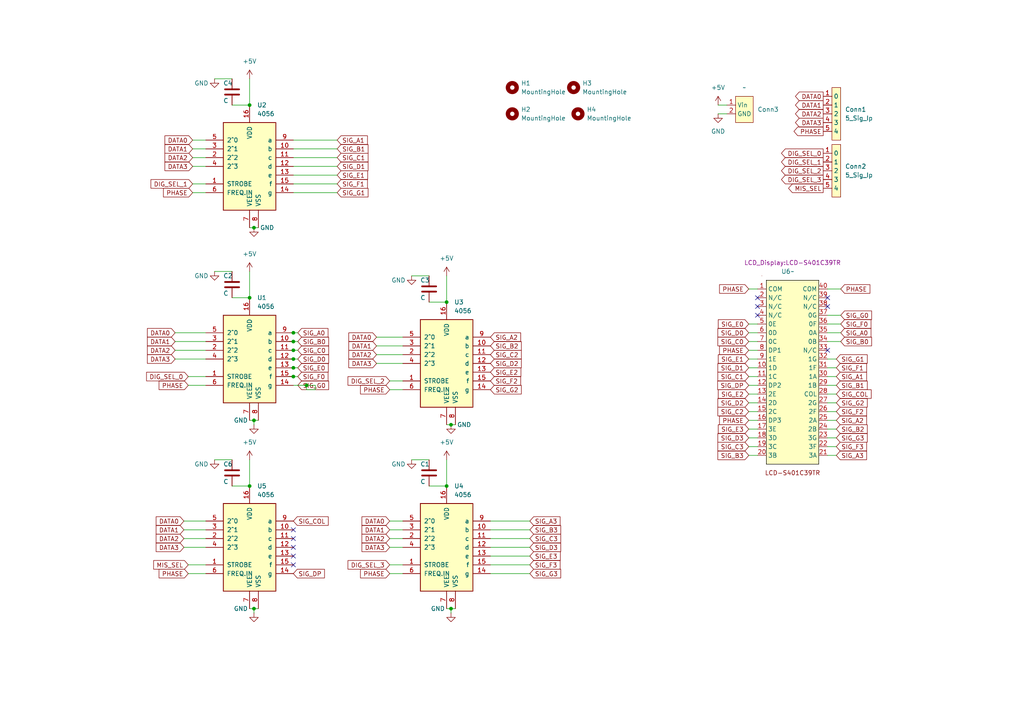
<source format=kicad_sch>
(kicad_sch (version 20230121) (generator eeschema)

  (uuid 4a88230d-a3d8-4c33-ad47-1d9f8797130d)

  (paper "A4")

  (lib_symbols
    (symbol "4xxx:4056" (pin_names (offset 1.016)) (in_bom yes) (on_board yes)
      (property "Reference" "U" (at -7.62 13.97 0)
        (effects (font (size 1.27 1.27)))
      )
      (property "Value" "4056" (at -7.62 -13.97 0)
        (effects (font (size 1.27 1.27)))
      )
      (property "Footprint" "" (at 0 0 0)
        (effects (font (size 1.27 1.27)) hide)
      )
      (property "Datasheet" "http://www.ti.com/lit/ds/symlink/cd4056b.pdf" (at 0 0 0)
        (effects (font (size 1.27 1.27)) hide)
      )
      (property "ki_locked" "" (at 0 0 0)
        (effects (font (size 1.27 1.27)))
      )
      (property "ki_keywords" "CMOS LCD 7-segment decoder driver" (at 0 0 0)
        (effects (font (size 1.27 1.27)) hide)
      )
      (property "ki_description" "BCD to 7-Segment Decoder/Driver, Strobed-Latch Function" (at 0 0 0)
        (effects (font (size 1.27 1.27)) hide)
      )
      (property "ki_fp_filters" "DIP*W7.62mm* SOIC*3.9x9.9mm*P1.27mm* TSSOP*4.4x5mm*P0.65mm*" (at 0 0 0)
        (effects (font (size 1.27 1.27)) hide)
      )
      (symbol "4056_1_0"
        (pin input line (at -12.7 -5.08 0) (length 5.08)
          (name "STROBE" (effects (font (size 1.27 1.27))))
          (number "1" (effects (font (size 1.27 1.27))))
        )
        (pin output line (at 12.7 5.08 180) (length 5.08)
          (name "b" (effects (font (size 1.27 1.27))))
          (number "10" (effects (font (size 1.27 1.27))))
        )
        (pin output line (at 12.7 2.54 180) (length 5.08)
          (name "c" (effects (font (size 1.27 1.27))))
          (number "11" (effects (font (size 1.27 1.27))))
        )
        (pin output line (at 12.7 0 180) (length 5.08)
          (name "d" (effects (font (size 1.27 1.27))))
          (number "12" (effects (font (size 1.27 1.27))))
        )
        (pin output line (at 12.7 -2.54 180) (length 5.08)
          (name "e" (effects (font (size 1.27 1.27))))
          (number "13" (effects (font (size 1.27 1.27))))
        )
        (pin output line (at 12.7 -7.62 180) (length 5.08)
          (name "g" (effects (font (size 1.27 1.27))))
          (number "14" (effects (font (size 1.27 1.27))))
        )
        (pin output line (at 12.7 -5.08 180) (length 5.08)
          (name "f" (effects (font (size 1.27 1.27))))
          (number "15" (effects (font (size 1.27 1.27))))
        )
        (pin power_in line (at 0 17.78 270) (length 5.08)
          (name "VDD" (effects (font (size 1.27 1.27))))
          (number "16" (effects (font (size 1.27 1.27))))
        )
        (pin input line (at -12.7 2.54 0) (length 5.08)
          (name "2^2" (effects (font (size 1.27 1.27))))
          (number "2" (effects (font (size 1.27 1.27))))
        )
        (pin input line (at -12.7 5.08 0) (length 5.08)
          (name "2^1" (effects (font (size 1.27 1.27))))
          (number "3" (effects (font (size 1.27 1.27))))
        )
        (pin input line (at -12.7 0 0) (length 5.08)
          (name "2^3" (effects (font (size 1.27 1.27))))
          (number "4" (effects (font (size 1.27 1.27))))
        )
        (pin input line (at -12.7 7.62 0) (length 5.08)
          (name "2^0" (effects (font (size 1.27 1.27))))
          (number "5" (effects (font (size 1.27 1.27))))
        )
        (pin input line (at -12.7 -7.62 0) (length 5.08)
          (name "FREQ.IN" (effects (font (size 1.27 1.27))))
          (number "6" (effects (font (size 1.27 1.27))))
        )
        (pin power_in line (at 0 -17.78 90) (length 5.08)
          (name "VEE" (effects (font (size 1.27 1.27))))
          (number "7" (effects (font (size 1.27 1.27))))
        )
        (pin power_in line (at 2.54 -17.78 90) (length 5.08)
          (name "VSS" (effects (font (size 1.27 1.27))))
          (number "8" (effects (font (size 1.27 1.27))))
        )
        (pin output line (at 12.7 7.62 180) (length 5.08)
          (name "a" (effects (font (size 1.27 1.27))))
          (number "9" (effects (font (size 1.27 1.27))))
        )
      )
      (symbol "4056_1_1"
        (rectangle (start -7.62 12.7) (end 7.62 -12.7)
          (stroke (width 0.254) (type default))
          (fill (type background))
        )
      )
    )
    (symbol "5_Sig_Ip_1" (in_bom yes) (on_board yes)
      (property "Reference" "Conn" (at -8.89 0 0)
        (effects (font (size 1.27 1.27)))
      )
      (property "Value" "5_Sig_Ip" (at -1.27 0 0)
        (effects (font (size 1.27 1.27)))
      )
      (property "Footprint" "" (at 0 0 0)
        (effects (font (size 1.27 1.27)) hide)
      )
      (property "Datasheet" "" (at 0 0 0)
        (effects (font (size 1.27 1.27)) hide)
      )
      (symbol "5_Sig_Ip_1_1_1"
        (rectangle (start -2.54 -2.54) (end 0 -17.78)
          (stroke (width 0) (type default))
          (fill (type background))
        )
        (pin output line (at -5.08 -5.08 0) (length 2.54)
          (name "0" (effects (font (size 1.27 1.27))))
          (number "1" (effects (font (size 1.27 1.27))))
        )
        (pin output line (at -5.08 -7.62 0) (length 2.54)
          (name "1" (effects (font (size 1.27 1.27))))
          (number "2" (effects (font (size 1.27 1.27))))
        )
        (pin output line (at -5.08 -10.16 0) (length 2.54)
          (name "2" (effects (font (size 1.27 1.27))))
          (number "3" (effects (font (size 1.27 1.27))))
        )
        (pin output line (at -5.08 -12.7 0) (length 2.54)
          (name "3" (effects (font (size 1.27 1.27))))
          (number "4" (effects (font (size 1.27 1.27))))
        )
        (pin output line (at -5.08 -15.24 0) (length 2.54)
          (name "4" (effects (font (size 1.27 1.27))))
          (number "5" (effects (font (size 1.27 1.27))))
        )
      )
    )
    (symbol "Device:C" (pin_numbers hide) (pin_names (offset 0.254)) (in_bom yes) (on_board yes)
      (property "Reference" "C" (at 0.635 2.54 0)
        (effects (font (size 1.27 1.27)) (justify left))
      )
      (property "Value" "C" (at 0.635 -2.54 0)
        (effects (font (size 1.27 1.27)) (justify left))
      )
      (property "Footprint" "" (at 0.9652 -3.81 0)
        (effects (font (size 1.27 1.27)) hide)
      )
      (property "Datasheet" "~" (at 0 0 0)
        (effects (font (size 1.27 1.27)) hide)
      )
      (property "ki_keywords" "cap capacitor" (at 0 0 0)
        (effects (font (size 1.27 1.27)) hide)
      )
      (property "ki_description" "Unpolarized capacitor" (at 0 0 0)
        (effects (font (size 1.27 1.27)) hide)
      )
      (property "ki_fp_filters" "C_*" (at 0 0 0)
        (effects (font (size 1.27 1.27)) hide)
      )
      (symbol "C_0_1"
        (polyline
          (pts
            (xy -2.032 -0.762)
            (xy 2.032 -0.762)
          )
          (stroke (width 0.508) (type default))
          (fill (type none))
        )
        (polyline
          (pts
            (xy -2.032 0.762)
            (xy 2.032 0.762)
          )
          (stroke (width 0.508) (type default))
          (fill (type none))
        )
      )
      (symbol "C_1_1"
        (pin passive line (at 0 3.81 270) (length 2.794)
          (name "~" (effects (font (size 1.27 1.27))))
          (number "1" (effects (font (size 1.27 1.27))))
        )
        (pin passive line (at 0 -3.81 90) (length 2.794)
          (name "~" (effects (font (size 1.27 1.27))))
          (number "2" (effects (font (size 1.27 1.27))))
        )
      )
    )
    (symbol "LCD_Display:LCD-S401C39TR" (in_bom yes) (on_board yes)
      (property "Reference" "U" (at 0 0 0)
        (effects (font (size 1.27 1.27)))
      )
      (property "Value" "" (at 0 0 0)
        (effects (font (size 1.27 1.27)))
      )
      (property "Footprint" "" (at 0 0 0)
        (effects (font (size 1.27 1.27)) hide)
      )
      (property "Datasheet" "" (at 0 0 0)
        (effects (font (size 1.27 1.27)) hide)
      )
      (symbol "LCD-S401C39TR_0_1"
        (rectangle (start -8.89 -1.27) (end -8.89 -1.27)
          (stroke (width 0) (type default))
          (fill (type none))
        )
        (rectangle (start -7.62 -3.81) (end -7.62 -3.81)
          (stroke (width 0) (type default))
          (fill (type none))
        )
      )
      (symbol "LCD-S401C39TR_1_1"
        (rectangle (start -7.62 -2.54) (end 7.62 -55.88)
          (stroke (width 0) (type default) (color 0 0 0 1))
          (fill (type background))
        )
        (text "LCD-S401C39TR" (at 0 -58.42 0)
          (effects (font (size 1.27 1.27)))
        )
        (pin input line (at -10.16 -5.08 0) (length 2.54)
          (name "COM" (effects (font (size 1.27 1.27))))
          (number "1" (effects (font (size 1.27 1.27))))
        )
        (pin input line (at -10.16 -27.94 0) (length 2.54)
          (name "1D" (effects (font (size 1.27 1.27))))
          (number "10" (effects (font (size 1.27 1.27))))
        )
        (pin input line (at -10.16 -30.48 0) (length 2.54)
          (name "1C" (effects (font (size 1.27 1.27))))
          (number "11" (effects (font (size 1.27 1.27))))
        )
        (pin input line (at -10.16 -33.02 0) (length 2.54)
          (name "DP2" (effects (font (size 1.27 1.27))))
          (number "12" (effects (font (size 1.27 1.27))))
        )
        (pin input line (at -10.16 -35.56 0) (length 2.54)
          (name "2E" (effects (font (size 1.27 1.27))))
          (number "13" (effects (font (size 1.27 1.27))))
        )
        (pin input line (at -10.16 -38.1 0) (length 2.54)
          (name "2D" (effects (font (size 1.27 1.27))))
          (number "14" (effects (font (size 1.27 1.27))))
        )
        (pin input line (at -10.16 -40.64 0) (length 2.54)
          (name "2C" (effects (font (size 1.27 1.27))))
          (number "15" (effects (font (size 1.27 1.27))))
        )
        (pin input line (at -10.16 -43.18 0) (length 2.54)
          (name "DP3" (effects (font (size 1.27 1.27))))
          (number "16" (effects (font (size 1.27 1.27))))
        )
        (pin input line (at -10.16 -45.72 0) (length 2.54)
          (name "3E" (effects (font (size 1.27 1.27))))
          (number "17" (effects (font (size 1.27 1.27))))
        )
        (pin input line (at -10.16 -48.26 0) (length 2.54)
          (name "3D" (effects (font (size 1.27 1.27))))
          (number "18" (effects (font (size 1.27 1.27))))
        )
        (pin input line (at -10.16 -50.8 0) (length 2.54)
          (name "3C" (effects (font (size 1.27 1.27))))
          (number "19" (effects (font (size 1.27 1.27))))
        )
        (pin input line (at -10.16 -7.62 0) (length 2.54)
          (name "N/C" (effects (font (size 1.27 1.27))))
          (number "2" (effects (font (size 1.27 1.27))))
        )
        (pin input line (at -10.16 -53.34 0) (length 2.54)
          (name "3B" (effects (font (size 1.27 1.27))))
          (number "20" (effects (font (size 1.27 1.27))))
        )
        (pin input line (at 10.16 -53.34 180) (length 2.54)
          (name "3A" (effects (font (size 1.27 1.27))))
          (number "21" (effects (font (size 1.27 1.27))))
        )
        (pin input line (at 10.16 -50.8 180) (length 2.54)
          (name "3F" (effects (font (size 1.27 1.27))))
          (number "22" (effects (font (size 1.27 1.27))))
        )
        (pin input line (at 10.16 -48.26 180) (length 2.54)
          (name "3G" (effects (font (size 1.27 1.27))))
          (number "23" (effects (font (size 1.27 1.27))))
        )
        (pin input line (at 10.16 -45.72 180) (length 2.54)
          (name "2B" (effects (font (size 1.27 1.27))))
          (number "24" (effects (font (size 1.27 1.27))))
        )
        (pin input line (at 10.16 -43.18 180) (length 2.54)
          (name "2A" (effects (font (size 1.27 1.27))))
          (number "25" (effects (font (size 1.27 1.27))))
        )
        (pin input line (at 10.16 -40.64 180) (length 2.54)
          (name "2F" (effects (font (size 1.27 1.27))))
          (number "26" (effects (font (size 1.27 1.27))))
        )
        (pin input line (at 10.16 -38.1 180) (length 2.54)
          (name "2G" (effects (font (size 1.27 1.27))))
          (number "27" (effects (font (size 1.27 1.27))))
        )
        (pin input line (at 10.16 -35.56 180) (length 2.54)
          (name "COL" (effects (font (size 1.27 1.27))))
          (number "28" (effects (font (size 1.27 1.27))))
        )
        (pin input line (at 10.16 -33.02 180) (length 2.54)
          (name "1B" (effects (font (size 1.27 1.27))))
          (number "29" (effects (font (size 1.27 1.27))))
        )
        (pin input line (at -10.16 -10.16 0) (length 2.54)
          (name "N/C" (effects (font (size 1.27 1.27))))
          (number "3" (effects (font (size 1.27 1.27))))
        )
        (pin input line (at 10.16 -30.48 180) (length 2.54)
          (name "1A" (effects (font (size 1.27 1.27))))
          (number "30" (effects (font (size 1.27 1.27))))
        )
        (pin input line (at 10.16 -27.94 180) (length 2.54)
          (name "1F" (effects (font (size 1.27 1.27))))
          (number "31" (effects (font (size 1.27 1.27))))
        )
        (pin input line (at 10.16 -25.4 180) (length 2.54)
          (name "1G" (effects (font (size 1.27 1.27))))
          (number "32" (effects (font (size 1.27 1.27))))
        )
        (pin input line (at 10.16 -22.86 180) (length 2.54)
          (name "N/C" (effects (font (size 1.27 1.27))))
          (number "33" (effects (font (size 1.27 1.27))))
        )
        (pin input line (at 10.16 -20.32 180) (length 2.54)
          (name "0B" (effects (font (size 1.27 1.27))))
          (number "34" (effects (font (size 1.27 1.27))))
        )
        (pin input line (at 10.16 -17.78 180) (length 2.54)
          (name "0A" (effects (font (size 1.27 1.27))))
          (number "35" (effects (font (size 1.27 1.27))))
        )
        (pin input line (at 10.16 -15.24 180) (length 2.54)
          (name "0F" (effects (font (size 1.27 1.27))))
          (number "36" (effects (font (size 1.27 1.27))))
        )
        (pin input line (at 10.16 -12.7 180) (length 2.54)
          (name "0G" (effects (font (size 1.27 1.27))))
          (number "37" (effects (font (size 1.27 1.27))))
        )
        (pin input line (at 10.16 -10.16 180) (length 2.54)
          (name "N/C" (effects (font (size 1.27 1.27))))
          (number "38" (effects (font (size 1.27 1.27))))
        )
        (pin input line (at 10.16 -7.62 180) (length 2.54)
          (name "N/C" (effects (font (size 1.27 1.27))))
          (number "39" (effects (font (size 1.27 1.27))))
        )
        (pin input line (at -10.16 -12.7 0) (length 2.54)
          (name "N/C" (effects (font (size 1.27 1.27))))
          (number "4" (effects (font (size 1.27 1.27))))
        )
        (pin input line (at 10.16 -5.08 180) (length 2.54)
          (name "COM" (effects (font (size 1.27 1.27))))
          (number "40" (effects (font (size 1.27 1.27))))
        )
        (pin input line (at -10.16 -15.24 0) (length 2.54)
          (name "0E" (effects (font (size 1.27 1.27))))
          (number "5" (effects (font (size 1.27 1.27))))
        )
        (pin input line (at -10.16 -17.78 0) (length 2.54)
          (name "0D" (effects (font (size 1.27 1.27))))
          (number "6" (effects (font (size 1.27 1.27))))
        )
        (pin input line (at -10.16 -20.32 0) (length 2.54)
          (name "0C" (effects (font (size 1.27 1.27))))
          (number "7" (effects (font (size 1.27 1.27))))
        )
        (pin input line (at -10.16 -22.86 0) (length 2.54)
          (name "DP1" (effects (font (size 1.27 1.27))))
          (number "8" (effects (font (size 1.27 1.27))))
        )
        (pin input line (at -10.16 -25.4 0) (length 2.54)
          (name "1E" (effects (font (size 1.27 1.27))))
          (number "9" (effects (font (size 1.27 1.27))))
        )
      )
    )
    (symbol "Mechanical:MountingHole" (pin_names (offset 1.016)) (in_bom yes) (on_board yes)
      (property "Reference" "H" (at 0 5.08 0)
        (effects (font (size 1.27 1.27)))
      )
      (property "Value" "MountingHole" (at 0 3.175 0)
        (effects (font (size 1.27 1.27)))
      )
      (property "Footprint" "" (at 0 0 0)
        (effects (font (size 1.27 1.27)) hide)
      )
      (property "Datasheet" "~" (at 0 0 0)
        (effects (font (size 1.27 1.27)) hide)
      )
      (property "ki_keywords" "mounting hole" (at 0 0 0)
        (effects (font (size 1.27 1.27)) hide)
      )
      (property "ki_description" "Mounting Hole without connection" (at 0 0 0)
        (effects (font (size 1.27 1.27)) hide)
      )
      (property "ki_fp_filters" "MountingHole*" (at 0 0 0)
        (effects (font (size 1.27 1.27)) hide)
      )
      (symbol "MountingHole_0_1"
        (circle (center 0 0) (radius 1.27)
          (stroke (width 1.27) (type default))
          (fill (type none))
        )
      )
    )
    (symbol "MiscLib:PowerInput" (in_bom yes) (on_board yes)
      (property "Reference" "Conn" (at 0 0 0)
        (effects (font (size 1.27 1.27)))
      )
      (property "Value" "" (at 0 0 0)
        (effects (font (size 1.27 1.27)))
      )
      (property "Footprint" "" (at 0 0 0)
        (effects (font (size 1.27 1.27)) hide)
      )
      (property "Datasheet" "" (at 0 0 0)
        (effects (font (size 1.27 1.27)) hide)
      )
      (symbol "PowerInput_1_1"
        (rectangle (start -2.54 -2.54) (end 2.54 -10.16)
          (stroke (width 0) (type default))
          (fill (type background))
        )
        (pin power_out line (at -5.08 -5.08 0) (length 2.54)
          (name "Vin" (effects (font (size 1.27 1.27))))
          (number "1" (effects (font (size 1.27 1.27))))
        )
        (pin power_out line (at -5.08 -7.62 0) (length 2.54)
          (name "GND" (effects (font (size 1.27 1.27))))
          (number "2" (effects (font (size 1.27 1.27))))
        )
      )
    )
    (symbol "power:+5V" (power) (pin_names (offset 0)) (in_bom yes) (on_board yes)
      (property "Reference" "#PWR" (at 0 -3.81 0)
        (effects (font (size 1.27 1.27)) hide)
      )
      (property "Value" "+5V" (at 0 3.556 0)
        (effects (font (size 1.27 1.27)))
      )
      (property "Footprint" "" (at 0 0 0)
        (effects (font (size 1.27 1.27)) hide)
      )
      (property "Datasheet" "" (at 0 0 0)
        (effects (font (size 1.27 1.27)) hide)
      )
      (property "ki_keywords" "global power" (at 0 0 0)
        (effects (font (size 1.27 1.27)) hide)
      )
      (property "ki_description" "Power symbol creates a global label with name \"+5V\"" (at 0 0 0)
        (effects (font (size 1.27 1.27)) hide)
      )
      (symbol "+5V_0_1"
        (polyline
          (pts
            (xy -0.762 1.27)
            (xy 0 2.54)
          )
          (stroke (width 0) (type default))
          (fill (type none))
        )
        (polyline
          (pts
            (xy 0 0)
            (xy 0 2.54)
          )
          (stroke (width 0) (type default))
          (fill (type none))
        )
        (polyline
          (pts
            (xy 0 2.54)
            (xy 0.762 1.27)
          )
          (stroke (width 0) (type default))
          (fill (type none))
        )
      )
      (symbol "+5V_1_1"
        (pin power_in line (at 0 0 90) (length 0) hide
          (name "+5V" (effects (font (size 1.27 1.27))))
          (number "1" (effects (font (size 1.27 1.27))))
        )
      )
    )
    (symbol "power:GND" (power) (pin_names (offset 0)) (in_bom yes) (on_board yes)
      (property "Reference" "#PWR" (at 0 -6.35 0)
        (effects (font (size 1.27 1.27)) hide)
      )
      (property "Value" "GND" (at 0 -3.81 0)
        (effects (font (size 1.27 1.27)))
      )
      (property "Footprint" "" (at 0 0 0)
        (effects (font (size 1.27 1.27)) hide)
      )
      (property "Datasheet" "" (at 0 0 0)
        (effects (font (size 1.27 1.27)) hide)
      )
      (property "ki_keywords" "global power" (at 0 0 0)
        (effects (font (size 1.27 1.27)) hide)
      )
      (property "ki_description" "Power symbol creates a global label with name \"GND\" , ground" (at 0 0 0)
        (effects (font (size 1.27 1.27)) hide)
      )
      (symbol "GND_0_1"
        (polyline
          (pts
            (xy 0 0)
            (xy 0 -1.27)
            (xy 1.27 -1.27)
            (xy 0 -2.54)
            (xy -1.27 -1.27)
            (xy 0 -1.27)
          )
          (stroke (width 0) (type default))
          (fill (type none))
        )
      )
      (symbol "GND_1_1"
        (pin power_in line (at 0 0 270) (length 0) hide
          (name "GND" (effects (font (size 1.27 1.27))))
          (number "1" (effects (font (size 1.27 1.27))))
        )
      )
    )
  )

  (junction (at 85.09 109.22) (diameter 0) (color 0 0 0 0)
    (uuid 125a5b8a-fecd-4fd7-9662-6af6e359c7d9)
  )
  (junction (at 85.09 96.52) (diameter 0) (color 0 0 0 0)
    (uuid 205a4e75-3284-42c3-a7c1-01dc62235c5a)
  )
  (junction (at 85.09 99.06) (diameter 0) (color 0 0 0 0)
    (uuid 38cdde37-7a24-4e53-8b62-4582ee5edce5)
  )
  (junction (at 85.09 101.6) (diameter 0) (color 0 0 0 0)
    (uuid 3bdd71eb-df14-42d8-b0d5-068e010f1b8b)
  )
  (junction (at 129.54 140.97) (diameter 0) (color 0 0 0 0)
    (uuid 534a41cc-3435-468b-b5ea-39afbfe742d2)
  )
  (junction (at 72.39 30.48) (diameter 0) (color 0 0 0 0)
    (uuid 59dd0488-e9cf-4993-a0c6-7ab17a67f342)
  )
  (junction (at 85.09 106.68) (diameter 0) (color 0 0 0 0)
    (uuid 798a93fc-faa4-4dc9-b89a-98fd543b1eb7)
  )
  (junction (at 129.54 87.63) (diameter 0) (color 0 0 0 0)
    (uuid 7b11b87f-28cd-40fc-93a4-be806497572f)
  )
  (junction (at 88.9 111.76) (diameter 0) (color 0 0 0 0)
    (uuid 801417b8-5762-45e4-bcf4-e0ea854d47de)
  )
  (junction (at 130.81 176.53) (diameter 0) (color 0 0 0 0)
    (uuid 8245ead4-1f8e-447b-8724-7efa7a41196f)
  )
  (junction (at 72.39 140.97) (diameter 0) (color 0 0 0 0)
    (uuid 9c14e115-e28e-449d-9dfd-21c276ccc578)
  )
  (junction (at 72.39 86.36) (diameter 0) (color 0 0 0 0)
    (uuid a67d02be-1497-4599-b6e1-6d55d85b59a6)
  )
  (junction (at 73.66 121.92) (diameter 0) (color 0 0 0 0)
    (uuid b24ec99b-7491-4fe2-8008-c22cdad8d4bc)
  )
  (junction (at 73.66 66.04) (diameter 0) (color 0 0 0 0)
    (uuid bc193d1e-214b-4940-9cdc-4b5d2ddf6b5a)
  )
  (junction (at 130.81 123.19) (diameter 0) (color 0 0 0 0)
    (uuid d5bd7286-4ab9-4da8-9aff-bb0b1d50414a)
  )
  (junction (at 85.09 104.14) (diameter 0) (color 0 0 0 0)
    (uuid db3edf45-a951-47ff-bfa5-f7c0020944d2)
  )
  (junction (at 73.66 176.53) (diameter 0) (color 0 0 0 0)
    (uuid e4b529ad-e65f-4589-9ac4-b2d51e28ab93)
  )

  (no_connect (at 85.09 153.67) (uuid 0cd46f04-d6d9-4ee6-b0bf-140eb01276fe))
  (no_connect (at 240.03 101.6) (uuid 1c5f1ee4-3896-4deb-a407-6cb3f3266c0d))
  (no_connect (at 85.09 163.83) (uuid 6181bb20-a730-4356-b2bf-cbd06d8d4d9d))
  (no_connect (at 219.71 91.44) (uuid 74b0fd93-3292-4e9a-ba19-18635763e396))
  (no_connect (at 85.09 158.75) (uuid 75dd9350-fba6-4c6c-abb2-ac2e24152368))
  (no_connect (at 85.09 156.21) (uuid 9c9cbe65-4fd7-4be8-99a8-abeeaf9c9e3b))
  (no_connect (at 240.03 88.9) (uuid a4450e8e-8423-45c7-afbb-c7d52b65bb33))
  (no_connect (at 85.09 161.29) (uuid ad214f03-c14b-4fbf-ba3a-0702d4f7d4ec))
  (no_connect (at 219.71 88.9) (uuid b50f269c-990f-4fa4-b296-2d3c6d50c800))
  (no_connect (at 240.03 86.36) (uuid c0b12ef0-89b0-4647-8b49-f0619c90427f))
  (no_connect (at 219.71 86.36) (uuid f87fb719-9437-4393-9729-1726d2236110))

  (wire (pts (xy 67.31 140.97) (xy 72.39 140.97))
    (stroke (width 0) (type default))
    (uuid 01a3ae39-bfeb-468b-b4ef-99f86acc5368)
  )
  (wire (pts (xy 217.17 99.06) (xy 219.71 99.06))
    (stroke (width 0) (type default))
    (uuid 02c5d8ec-ddab-46db-a121-7f064de31ffa)
  )
  (wire (pts (xy 85.09 55.88) (xy 97.79 55.88))
    (stroke (width 0) (type default))
    (uuid 03100581-e19d-411e-b01e-b95964f8e039)
  )
  (wire (pts (xy 113.03 153.67) (xy 116.84 153.67))
    (stroke (width 0) (type default))
    (uuid 08eef5a9-2c0d-4992-8607-ee82ab92f086)
  )
  (wire (pts (xy 72.39 133.35) (xy 72.39 140.97))
    (stroke (width 0) (type default))
    (uuid 0b43cd70-4b8f-4978-bc94-ef439fcca91e)
  )
  (wire (pts (xy 73.66 176.53) (xy 73.66 177.8))
    (stroke (width 0) (type default))
    (uuid 0c1032d9-c1df-47bb-9b69-34005ecf39d6)
  )
  (wire (pts (xy 85.09 45.72) (xy 97.79 45.72))
    (stroke (width 0) (type default))
    (uuid 0fab8280-39fe-45bf-a972-c1bfdb8e303e)
  )
  (wire (pts (xy 50.8 96.52) (xy 59.69 96.52))
    (stroke (width 0) (type default))
    (uuid 106f54d8-82b2-4ce4-b9ab-6fbb7ab5dbe3)
  )
  (wire (pts (xy 62.23 133.35) (xy 67.31 133.35))
    (stroke (width 0) (type default))
    (uuid 12047909-10ae-4d2b-99eb-920495a17342)
  )
  (wire (pts (xy 62.23 22.86) (xy 67.31 22.86))
    (stroke (width 0) (type default))
    (uuid 15dc421c-2063-41f2-a01e-636938aa3596)
  )
  (wire (pts (xy 113.03 113.03) (xy 116.84 113.03))
    (stroke (width 0) (type default))
    (uuid 162f16e0-99cc-4b42-a76f-ab7f973e8f2b)
  )
  (wire (pts (xy 85.09 101.6) (xy 86.36 101.6))
    (stroke (width 0) (type default))
    (uuid 1a9551a5-36f5-4276-b36c-854ba536dc7a)
  )
  (wire (pts (xy 129.54 123.19) (xy 130.81 123.19))
    (stroke (width 0) (type default))
    (uuid 1e612e40-36f9-473c-a7e5-e1bc18617a34)
  )
  (wire (pts (xy 142.24 151.13) (xy 153.67 151.13))
    (stroke (width 0) (type default))
    (uuid 25c9621c-7287-4268-b1d7-01e068c5b144)
  )
  (wire (pts (xy 240.03 104.14) (xy 242.57 104.14))
    (stroke (width 0) (type default))
    (uuid 26a17741-3ad3-4a75-b8e8-6fe61b01246b)
  )
  (wire (pts (xy 74.93 176.53) (xy 73.66 176.53))
    (stroke (width 0) (type default))
    (uuid 29944a55-d814-4770-8d14-0c64b9da84c7)
  )
  (wire (pts (xy 72.39 121.92) (xy 73.66 121.92))
    (stroke (width 0) (type default))
    (uuid 2a213e69-b530-4927-89bf-34b5fccf2164)
  )
  (wire (pts (xy 240.03 93.98) (xy 243.84 93.98))
    (stroke (width 0) (type default))
    (uuid 2a9ba7a5-fa68-4340-81cd-1eb7ffa6701e)
  )
  (wire (pts (xy 217.17 104.14) (xy 219.71 104.14))
    (stroke (width 0) (type default))
    (uuid 2ac2acc6-4343-4759-9564-1d6763670932)
  )
  (wire (pts (xy 240.03 96.52) (xy 243.84 96.52))
    (stroke (width 0) (type default))
    (uuid 2cfdc341-9ca5-4cd0-9e94-c2212b0dd572)
  )
  (wire (pts (xy 83.82 104.14) (xy 85.09 104.14))
    (stroke (width 0) (type default))
    (uuid 31579e09-a781-47a5-bcb3-7f6448238c51)
  )
  (wire (pts (xy 240.03 132.08) (xy 242.57 132.08))
    (stroke (width 0) (type default))
    (uuid 325d3ec3-1b16-4fdf-aa5a-bf992e2ef89c)
  )
  (wire (pts (xy 132.08 176.53) (xy 130.81 176.53))
    (stroke (width 0) (type default))
    (uuid 361fae8a-4d39-4a24-8f83-77d77e45fb59)
  )
  (wire (pts (xy 85.09 50.8) (xy 97.79 50.8))
    (stroke (width 0) (type default))
    (uuid 3781fc35-2206-48e7-98c6-b83a6e575f7d)
  )
  (wire (pts (xy 74.93 121.92) (xy 73.66 121.92))
    (stroke (width 0) (type default))
    (uuid 3859984d-0f2f-4708-970d-76f30fc0cdbc)
  )
  (wire (pts (xy 73.66 121.92) (xy 73.66 123.19))
    (stroke (width 0) (type default))
    (uuid 3a93ac45-aa22-48d1-a596-ee6fe45c483d)
  )
  (wire (pts (xy 85.09 111.76) (xy 88.9 111.76))
    (stroke (width 0) (type default))
    (uuid 3aa1f519-0214-4928-9d7c-46812fbfb2aa)
  )
  (wire (pts (xy 217.17 93.98) (xy 219.71 93.98))
    (stroke (width 0) (type default))
    (uuid 43e128ac-f4d9-44ec-aaa5-66725fb971ed)
  )
  (wire (pts (xy 242.57 114.3) (xy 240.03 114.3))
    (stroke (width 0) (type default))
    (uuid 443cb031-bb0f-464e-a30e-aa27e550c88f)
  )
  (wire (pts (xy 208.28 30.48) (xy 210.82 30.48))
    (stroke (width 0) (type default))
    (uuid 445ade83-59fa-45aa-8f33-caa44b954afd)
  )
  (wire (pts (xy 217.17 116.84) (xy 219.71 116.84))
    (stroke (width 0) (type default))
    (uuid 45877ac3-1548-4182-b012-953328e02391)
  )
  (wire (pts (xy 240.03 129.54) (xy 242.57 129.54))
    (stroke (width 0) (type default))
    (uuid 4686224f-a2ba-4db9-846c-019fa829b94f)
  )
  (wire (pts (xy 85.09 40.64) (xy 97.79 40.64))
    (stroke (width 0) (type default))
    (uuid 48dde601-c06b-4373-a277-f29d3b70af58)
  )
  (wire (pts (xy 55.88 48.26) (xy 59.69 48.26))
    (stroke (width 0) (type default))
    (uuid 4b54878a-b9a5-400f-8026-33956415ef16)
  )
  (wire (pts (xy 240.03 109.22) (xy 242.57 109.22))
    (stroke (width 0) (type default))
    (uuid 4e50041f-1eec-42e3-bc1c-aef7ed6296d8)
  )
  (wire (pts (xy 240.03 111.76) (xy 242.57 111.76))
    (stroke (width 0) (type default))
    (uuid 50c3c284-1749-43ed-80fc-d9aa8bee15ff)
  )
  (wire (pts (xy 240.03 124.46) (xy 242.57 124.46))
    (stroke (width 0) (type default))
    (uuid 51602acf-ea51-4321-92d1-9a6544991540)
  )
  (wire (pts (xy 50.8 99.06) (xy 59.69 99.06))
    (stroke (width 0) (type default))
    (uuid 519cc426-1eec-40e7-bece-7d270fffa93e)
  )
  (wire (pts (xy 217.17 101.6) (xy 219.71 101.6))
    (stroke (width 0) (type default))
    (uuid 52eafbaa-53e3-4381-ae91-a080f320d867)
  )
  (wire (pts (xy 240.03 116.84) (xy 242.57 116.84))
    (stroke (width 0) (type default))
    (uuid 556f27ef-19f7-48b7-9c85-1265c617db78)
  )
  (wire (pts (xy 142.24 158.75) (xy 153.67 158.75))
    (stroke (width 0) (type default))
    (uuid 55a71530-1612-4905-b410-0d194d6b364c)
  )
  (wire (pts (xy 113.03 158.75) (xy 116.84 158.75))
    (stroke (width 0) (type default))
    (uuid 5673bc5f-e24a-4708-8041-418d66c0a25f)
  )
  (wire (pts (xy 217.17 124.46) (xy 219.71 124.46))
    (stroke (width 0) (type default))
    (uuid 579b3d11-cc85-470d-99a3-2ecf72d7d0e7)
  )
  (wire (pts (xy 217.17 132.08) (xy 219.71 132.08))
    (stroke (width 0) (type default))
    (uuid 58fc9028-a36c-4f00-b441-8179e1840ac7)
  )
  (wire (pts (xy 55.88 40.64) (xy 59.69 40.64))
    (stroke (width 0) (type default))
    (uuid 5abff5d0-b06c-4360-b3f9-3837127d8e06)
  )
  (wire (pts (xy 240.03 91.44) (xy 243.84 91.44))
    (stroke (width 0) (type default))
    (uuid 5df334a7-6ab4-47f8-9e75-a4c9c7e4b224)
  )
  (wire (pts (xy 217.17 96.52) (xy 219.71 96.52))
    (stroke (width 0) (type default))
    (uuid 5f915315-18e0-4e59-aacd-0cae5432eb7b)
  )
  (wire (pts (xy 53.34 156.21) (xy 59.69 156.21))
    (stroke (width 0) (type default))
    (uuid 60d3669b-f15d-4be8-99cd-9df7e4d9ea5d)
  )
  (wire (pts (xy 85.09 96.52) (xy 86.36 96.52))
    (stroke (width 0) (type default))
    (uuid 614c625a-5f34-4046-bf81-09592aa62723)
  )
  (wire (pts (xy 129.54 80.01) (xy 129.54 87.63))
    (stroke (width 0) (type default))
    (uuid 63488e36-d72d-42c0-a1c2-914f62d802e8)
  )
  (wire (pts (xy 91.44 111.76) (xy 91.44 113.03))
    (stroke (width 0) (type default))
    (uuid 641ec549-c32f-4b7e-bd7d-436d99162ed3)
  )
  (wire (pts (xy 208.28 33.02) (xy 210.82 33.02))
    (stroke (width 0) (type default))
    (uuid 663b6a18-db82-4004-b1da-67d117e2a64c)
  )
  (wire (pts (xy 72.39 66.04) (xy 73.66 66.04))
    (stroke (width 0) (type default))
    (uuid 6c904266-eaf5-4266-afcc-ca2100b0336d)
  )
  (wire (pts (xy 85.09 43.18) (xy 97.79 43.18))
    (stroke (width 0) (type default))
    (uuid 6d0b78af-8cec-485e-a7bd-7a2dde617b64)
  )
  (wire (pts (xy 124.46 140.97) (xy 129.54 140.97))
    (stroke (width 0) (type default))
    (uuid 721e8ca8-d1f8-4a1d-955c-b1019ee4bd21)
  )
  (wire (pts (xy 217.17 114.3) (xy 219.71 114.3))
    (stroke (width 0) (type default))
    (uuid 72586c63-10c0-4aab-bad0-96b1ca47c73a)
  )
  (wire (pts (xy 62.23 78.74) (xy 67.31 78.74))
    (stroke (width 0) (type default))
    (uuid 726a39f9-cb52-4868-9b7a-e7349865621e)
  )
  (wire (pts (xy 85.09 48.26) (xy 97.79 48.26))
    (stroke (width 0) (type default))
    (uuid 796ac885-84c1-43bf-91d6-4f3bb3a778c6)
  )
  (wire (pts (xy 240.03 99.06) (xy 243.84 99.06))
    (stroke (width 0) (type default))
    (uuid 7b2080b5-9207-461d-9275-2fe3d6c1d756)
  )
  (wire (pts (xy 113.03 110.49) (xy 116.84 110.49))
    (stroke (width 0) (type default))
    (uuid 7c0fef01-9cb4-49d5-a11f-d58f9ebe39ea)
  )
  (wire (pts (xy 91.44 111.76) (xy 88.9 111.76))
    (stroke (width 0) (type default))
    (uuid 7c7e0dfe-1bdb-4c2e-ab7c-d6ef5791c269)
  )
  (wire (pts (xy 55.88 53.34) (xy 59.69 53.34))
    (stroke (width 0) (type default))
    (uuid 7d41fe4d-4501-4c4d-8225-1a0d87b95998)
  )
  (wire (pts (xy 142.24 163.83) (xy 153.67 163.83))
    (stroke (width 0) (type default))
    (uuid 7edf77e2-f3d3-4f95-8352-77031d5f557e)
  )
  (wire (pts (xy 109.22 100.33) (xy 116.84 100.33))
    (stroke (width 0) (type default))
    (uuid 7f7857a6-e903-4abe-980e-ac50de42669f)
  )
  (wire (pts (xy 109.22 102.87) (xy 116.84 102.87))
    (stroke (width 0) (type default))
    (uuid 807bc46c-2b05-4bd9-902d-ac6b15fa2b7a)
  )
  (wire (pts (xy 240.03 127) (xy 242.57 127))
    (stroke (width 0) (type default))
    (uuid 811a4657-82a3-465e-9801-82c6814b60ee)
  )
  (wire (pts (xy 113.03 166.37) (xy 116.84 166.37))
    (stroke (width 0) (type default))
    (uuid 81d5d4e5-b754-4d97-ab00-77d5ce9f5583)
  )
  (wire (pts (xy 217.17 121.92) (xy 219.71 121.92))
    (stroke (width 0) (type default))
    (uuid 8279deb7-996f-4ffb-8c05-dd3ec72845c2)
  )
  (wire (pts (xy 54.61 109.22) (xy 59.69 109.22))
    (stroke (width 0) (type default))
    (uuid 835bea16-95ab-4fad-90c9-66d5ff468c02)
  )
  (wire (pts (xy 55.88 55.88) (xy 59.69 55.88))
    (stroke (width 0) (type default))
    (uuid 8b485e59-8713-44d2-9b2a-7a415ef87706)
  )
  (wire (pts (xy 85.09 104.14) (xy 86.36 104.14))
    (stroke (width 0) (type default))
    (uuid 8bb7a42e-4dd0-449b-a3f5-4a00706e187e)
  )
  (wire (pts (xy 50.8 104.14) (xy 59.69 104.14))
    (stroke (width 0) (type default))
    (uuid 8dff5269-1d1b-4d50-959a-f10b79789648)
  )
  (wire (pts (xy 83.82 99.06) (xy 85.09 99.06))
    (stroke (width 0) (type default))
    (uuid 8eaf8845-899e-4220-abea-d6934a5bf8b3)
  )
  (wire (pts (xy 217.17 127) (xy 219.71 127))
    (stroke (width 0) (type default))
    (uuid 95db1b71-e23b-4a43-8bfa-2fb428341260)
  )
  (wire (pts (xy 85.09 109.22) (xy 86.36 109.22))
    (stroke (width 0) (type default))
    (uuid 96871799-4468-4e0c-a8ab-7f86599c7c3b)
  )
  (wire (pts (xy 124.46 87.63) (xy 129.54 87.63))
    (stroke (width 0) (type default))
    (uuid 9ac58386-5a42-425a-bbf3-82365ade57b3)
  )
  (wire (pts (xy 119.38 80.01) (xy 124.46 80.01))
    (stroke (width 0) (type default))
    (uuid 9addbbfa-5ef9-4b4f-b11f-356ca6bd1cbc)
  )
  (wire (pts (xy 119.38 133.35) (xy 124.46 133.35))
    (stroke (width 0) (type default))
    (uuid 9c52453b-c00b-4bad-82c4-1a08d4a31c5f)
  )
  (wire (pts (xy 67.31 86.36) (xy 72.39 86.36))
    (stroke (width 0) (type default))
    (uuid 9c9c6d54-6faf-425c-a768-ba0d4c4b08bc)
  )
  (wire (pts (xy 142.24 153.67) (xy 153.67 153.67))
    (stroke (width 0) (type default))
    (uuid 9d0836c9-7bdf-4be1-81dc-4264220ea816)
  )
  (wire (pts (xy 217.17 106.68) (xy 219.71 106.68))
    (stroke (width 0) (type default))
    (uuid 9eed5809-9c9e-4353-8c34-2bc773cdafff)
  )
  (wire (pts (xy 217.17 111.76) (xy 219.71 111.76))
    (stroke (width 0) (type default))
    (uuid a33d8f9b-053e-482c-983d-29799d35c8fc)
  )
  (wire (pts (xy 113.03 163.83) (xy 116.84 163.83))
    (stroke (width 0) (type default))
    (uuid a6a3c220-52b1-43a7-99a7-2b9c10232fd5)
  )
  (wire (pts (xy 109.22 97.79) (xy 116.84 97.79))
    (stroke (width 0) (type default))
    (uuid a938b086-ec10-4c7b-9561-2ae8149ad19d)
  )
  (wire (pts (xy 55.88 43.18) (xy 59.69 43.18))
    (stroke (width 0) (type default))
    (uuid a99f56ba-f193-42d6-9bfc-60e569908b74)
  )
  (wire (pts (xy 73.66 66.04) (xy 74.93 66.04))
    (stroke (width 0) (type default))
    (uuid a9e7c2c0-4a44-4bc4-bdcc-48175918dbb5)
  )
  (wire (pts (xy 67.31 30.48) (xy 72.39 30.48))
    (stroke (width 0) (type default))
    (uuid abd1b8ca-dd8a-400d-9274-2a0ff9dd4948)
  )
  (wire (pts (xy 142.24 156.21) (xy 153.67 156.21))
    (stroke (width 0) (type default))
    (uuid ad6dba60-e355-4ad0-b7c5-2b8590bbab04)
  )
  (wire (pts (xy 54.61 166.37) (xy 59.69 166.37))
    (stroke (width 0) (type default))
    (uuid ae4a9888-f5c3-4ed3-8a30-f2abe7d4dd35)
  )
  (wire (pts (xy 83.82 106.68) (xy 85.09 106.68))
    (stroke (width 0) (type default))
    (uuid b0954a1a-9eed-4af7-8fba-95e5543527cf)
  )
  (wire (pts (xy 72.39 176.53) (xy 73.66 176.53))
    (stroke (width 0) (type default))
    (uuid b0c44cb3-16ec-4b71-bcba-d08558107841)
  )
  (wire (pts (xy 53.34 151.13) (xy 59.69 151.13))
    (stroke (width 0) (type default))
    (uuid b11a7467-4f03-4f59-bfe4-3167549f1fe6)
  )
  (wire (pts (xy 130.81 176.53) (xy 130.81 177.8))
    (stroke (width 0) (type default))
    (uuid b430a863-a29c-418c-9028-0fa7462da2d7)
  )
  (wire (pts (xy 129.54 176.53) (xy 130.81 176.53))
    (stroke (width 0) (type default))
    (uuid bd99fc5d-48d9-40d9-8daf-8e7bb82dfac4)
  )
  (wire (pts (xy 240.03 121.92) (xy 242.57 121.92))
    (stroke (width 0) (type default))
    (uuid c001e39a-4795-4d77-b643-25f34a65f3f1)
  )
  (wire (pts (xy 72.39 22.86) (xy 72.39 30.48))
    (stroke (width 0) (type default))
    (uuid c1214ede-eb5f-4730-9ed1-9c9ac0574a6f)
  )
  (wire (pts (xy 72.39 78.74) (xy 72.39 86.36))
    (stroke (width 0) (type default))
    (uuid c46c1c68-b84c-467e-b173-2591d53aa704)
  )
  (wire (pts (xy 50.8 101.6) (xy 59.69 101.6))
    (stroke (width 0) (type default))
    (uuid c67c512e-a674-432f-9665-bc36330b409a)
  )
  (wire (pts (xy 53.34 158.75) (xy 59.69 158.75))
    (stroke (width 0) (type default))
    (uuid c6828549-8d0c-4a9f-9d49-cac36442c8cb)
  )
  (wire (pts (xy 113.03 156.21) (xy 116.84 156.21))
    (stroke (width 0) (type default))
    (uuid c767f038-5c53-4dd1-9f7b-ed64f03acc5b)
  )
  (wire (pts (xy 240.03 106.68) (xy 242.57 106.68))
    (stroke (width 0) (type default))
    (uuid ca084066-e2e7-4fb4-b358-4b26c68165ef)
  )
  (wire (pts (xy 83.82 109.22) (xy 85.09 109.22))
    (stroke (width 0) (type default))
    (uuid cc724a31-8b6e-4356-aa0a-74dc5df3c584)
  )
  (wire (pts (xy 240.03 83.82) (xy 243.84 83.82))
    (stroke (width 0) (type default))
    (uuid ccdb6c67-6592-4190-b00c-6232fca8526e)
  )
  (wire (pts (xy 130.81 123.19) (xy 132.08 123.19))
    (stroke (width 0) (type default))
    (uuid cdd6bf67-69b4-4076-b57d-974e80835815)
  )
  (wire (pts (xy 54.61 163.83) (xy 59.69 163.83))
    (stroke (width 0) (type default))
    (uuid ceb4aabb-1efe-4de6-afb3-b9a4427ffd70)
  )
  (wire (pts (xy 83.82 96.52) (xy 85.09 96.52))
    (stroke (width 0) (type default))
    (uuid cf210c3c-7048-4f29-a77c-66a23dd0889d)
  )
  (wire (pts (xy 83.82 101.6) (xy 85.09 101.6))
    (stroke (width 0) (type default))
    (uuid cf30f267-1194-4d89-ae03-009c232dcee0)
  )
  (wire (pts (xy 88.9 113.03) (xy 91.44 113.03))
    (stroke (width 0) (type default))
    (uuid cf80710d-d090-4efb-bc0b-c270a00f1f90)
  )
  (wire (pts (xy 142.24 161.29) (xy 153.67 161.29))
    (stroke (width 0) (type default))
    (uuid d45cf876-8606-487a-913e-3bbdbbff35fa)
  )
  (wire (pts (xy 85.09 53.34) (xy 97.79 53.34))
    (stroke (width 0) (type default))
    (uuid d4b9309f-56bd-4602-8661-d99cda319a93)
  )
  (wire (pts (xy 217.17 109.22) (xy 219.71 109.22))
    (stroke (width 0) (type default))
    (uuid d5ba4e71-369c-401a-9d1c-cf1fff79ef5e)
  )
  (wire (pts (xy 240.03 119.38) (xy 242.57 119.38))
    (stroke (width 0) (type default))
    (uuid d83a5a99-73a8-4a03-acef-732497108fe0)
  )
  (wire (pts (xy 217.17 119.38) (xy 219.71 119.38))
    (stroke (width 0) (type default))
    (uuid d87f5055-1665-4062-8d9e-59fecb12e9e9)
  )
  (wire (pts (xy 113.03 151.13) (xy 116.84 151.13))
    (stroke (width 0) (type default))
    (uuid de8bf49d-4c79-455e-87fb-8992f86dc9f8)
  )
  (wire (pts (xy 55.88 45.72) (xy 59.69 45.72))
    (stroke (width 0) (type default))
    (uuid e1e55def-470b-4793-9093-9989481e0c63)
  )
  (wire (pts (xy 217.17 83.82) (xy 219.71 83.82))
    (stroke (width 0) (type default))
    (uuid e6d37de0-31a5-426d-a41a-f58b26e7b9d8)
  )
  (wire (pts (xy 54.61 111.76) (xy 59.69 111.76))
    (stroke (width 0) (type default))
    (uuid e6f04f4f-18bd-4c87-a60e-174f25c3315a)
  )
  (wire (pts (xy 85.09 106.68) (xy 86.36 106.68))
    (stroke (width 0) (type default))
    (uuid e9e70b12-f95f-4769-a821-c2a8ba4841eb)
  )
  (wire (pts (xy 129.54 133.35) (xy 129.54 140.97))
    (stroke (width 0) (type default))
    (uuid eaed895b-9e08-4a93-936e-3d4d0f3d4f41)
  )
  (wire (pts (xy 217.17 129.54) (xy 219.71 129.54))
    (stroke (width 0) (type default))
    (uuid eb0380f4-7dfe-442a-96ed-c9600fe68edf)
  )
  (wire (pts (xy 85.09 99.06) (xy 86.36 99.06))
    (stroke (width 0) (type default))
    (uuid ed9d5011-a0f0-4630-a85a-e028e91e1b24)
  )
  (wire (pts (xy 142.24 166.37) (xy 153.67 166.37))
    (stroke (width 0) (type default))
    (uuid ee39b54a-1f04-4e54-8776-ddd499fce4e4)
  )
  (wire (pts (xy 53.34 153.67) (xy 59.69 153.67))
    (stroke (width 0) (type default))
    (uuid f2dbf8ac-98a3-4611-952e-44b462568c47)
  )
  (wire (pts (xy 109.22 105.41) (xy 116.84 105.41))
    (stroke (width 0) (type default))
    (uuid f8141532-14e8-4894-b092-cb23b0d76eaf)
  )
  (wire (pts (xy 88.9 111.76) (xy 88.9 113.03))
    (stroke (width 0) (type default))
    (uuid fb6dd0cc-565d-4bb5-988b-66259b42c9bf)
  )

  (global_label "SIG_G1" (shape input) (at 97.79 55.88 0) (fields_autoplaced)
    (effects (font (size 1.27 1.27)) (justify left))
    (uuid 01bdd869-94b0-41a7-9404-fe0e9d7df391)
    (property "Intersheetrefs" "${INTERSHEET_REFS}" (at 107.3066 55.88 0)
      (effects (font (size 1.27 1.27)) (justify left) hide)
    )
  )
  (global_label "SIG_B2" (shape input) (at 242.57 124.46 0) (fields_autoplaced)
    (effects (font (size 1.27 1.27)) (justify left))
    (uuid 023b4ebf-6b97-4153-b74a-ab7f21d289bd)
    (property "Intersheetrefs" "${INTERSHEET_REFS}" (at 252.0866 124.46 0)
      (effects (font (size 1.27 1.27)) (justify left) hide)
    )
  )
  (global_label "DATA3" (shape input) (at 53.34 158.75 180) (fields_autoplaced)
    (effects (font (size 1.27 1.27)) (justify right))
    (uuid 05dc2f7a-5b88-48ad-9aa6-a037d3bea2b7)
    (property "Intersheetrefs" "${INTERSHEET_REFS}" (at 44.7305 158.75 0)
      (effects (font (size 1.27 1.27)) (justify right) hide)
    )
  )
  (global_label "DIG_SEL_1" (shape input) (at 55.88 53.34 180) (fields_autoplaced)
    (effects (font (size 1.27 1.27)) (justify right))
    (uuid 0af524da-0b22-47f7-af21-6a47364c7d79)
    (property "Intersheetrefs" "${INTERSHEET_REFS}" (at 43.2187 53.34 0)
      (effects (font (size 1.27 1.27)) (justify right) hide)
    )
  )
  (global_label "SIG_C1" (shape input) (at 217.17 109.22 180) (fields_autoplaced)
    (effects (font (size 1.27 1.27)) (justify right))
    (uuid 0b93b006-f2bd-4d22-b5e3-28087db2809f)
    (property "Intersheetrefs" "${INTERSHEET_REFS}" (at 207.6534 109.22 0)
      (effects (font (size 1.27 1.27)) (justify right) hide)
    )
  )
  (global_label "DATA1" (shape input) (at 53.34 153.67 180) (fields_autoplaced)
    (effects (font (size 1.27 1.27)) (justify right))
    (uuid 0f4e2ba5-4f2a-4c7b-8a44-f38ebcd4e447)
    (property "Intersheetrefs" "${INTERSHEET_REFS}" (at 44.7305 153.67 0)
      (effects (font (size 1.27 1.27)) (justify right) hide)
    )
  )
  (global_label "DIG_SEL_2" (shape input) (at 113.03 110.49 180) (fields_autoplaced)
    (effects (font (size 1.27 1.27)) (justify right))
    (uuid 0f5a7a70-a8f4-4d23-9c27-887243abf7eb)
    (property "Intersheetrefs" "${INTERSHEET_REFS}" (at 100.3687 110.49 0)
      (effects (font (size 1.27 1.27)) (justify right) hide)
    )
  )
  (global_label "SIG_E1" (shape input) (at 97.79 50.8 0) (fields_autoplaced)
    (effects (font (size 1.27 1.27)) (justify left))
    (uuid 1313de1e-2454-4ed6-ae63-f2acedbc079d)
    (property "Intersheetrefs" "${INTERSHEET_REFS}" (at 107.1856 50.8 0)
      (effects (font (size 1.27 1.27)) (justify left) hide)
    )
  )
  (global_label "DIG_SEL_3" (shape input) (at 113.03 163.83 180) (fields_autoplaced)
    (effects (font (size 1.27 1.27)) (justify right))
    (uuid 13a78eae-fd91-4540-90f8-a940d5e9fc40)
    (property "Intersheetrefs" "${INTERSHEET_REFS}" (at 100.3687 163.83 0)
      (effects (font (size 1.27 1.27)) (justify right) hide)
    )
  )
  (global_label "SIG_E2" (shape input) (at 217.17 114.3 180) (fields_autoplaced)
    (effects (font (size 1.27 1.27)) (justify right))
    (uuid 14a9fae2-dad0-4b1a-a2d1-4cc1d65c63d6)
    (property "Intersheetrefs" "${INTERSHEET_REFS}" (at 207.7744 114.3 0)
      (effects (font (size 1.27 1.27)) (justify right) hide)
    )
  )
  (global_label "SIG_A2" (shape input) (at 242.57 121.92 0) (fields_autoplaced)
    (effects (font (size 1.27 1.27)) (justify left))
    (uuid 16915258-228a-46ee-928b-4ea3a82a8e1d)
    (property "Intersheetrefs" "${INTERSHEET_REFS}" (at 251.9052 121.92 0)
      (effects (font (size 1.27 1.27)) (justify left) hide)
    )
  )
  (global_label "MIS_SEL" (shape output) (at 238.76 54.61 180) (fields_autoplaced)
    (effects (font (size 1.27 1.27)) (justify right))
    (uuid 16e661ff-3f2f-4865-88df-6e9f3067ea55)
    (property "Intersheetrefs" "${INTERSHEET_REFS}" (at 228.1549 54.61 0)
      (effects (font (size 1.27 1.27)) (justify right) hide)
    )
  )
  (global_label "DIG_SEL_3" (shape output) (at 238.76 52.07 180) (fields_autoplaced)
    (effects (font (size 1.27 1.27)) (justify right))
    (uuid 17171a9f-4c70-402b-ad08-2d112ea8f23f)
    (property "Intersheetrefs" "${INTERSHEET_REFS}" (at 226.0987 52.07 0)
      (effects (font (size 1.27 1.27)) (justify right) hide)
    )
  )
  (global_label "SIG_F2" (shape input) (at 142.24 110.49 0) (fields_autoplaced)
    (effects (font (size 1.27 1.27)) (justify left))
    (uuid 171abb00-db47-41e0-a581-adb937a05dbb)
    (property "Intersheetrefs" "${INTERSHEET_REFS}" (at 151.5752 110.49 0)
      (effects (font (size 1.27 1.27)) (justify left) hide)
    )
  )
  (global_label "SIG_G2" (shape input) (at 242.57 116.84 0) (fields_autoplaced)
    (effects (font (size 1.27 1.27)) (justify left))
    (uuid 1885900f-a4b1-4f57-9c08-c08534de8d14)
    (property "Intersheetrefs" "${INTERSHEET_REFS}" (at 252.0866 116.84 0)
      (effects (font (size 1.27 1.27)) (justify left) hide)
    )
  )
  (global_label "DATA0" (shape input) (at 50.8 96.52 180) (fields_autoplaced)
    (effects (font (size 1.27 1.27)) (justify right))
    (uuid 1934402d-6032-4374-9985-9c3a569ee0d4)
    (property "Intersheetrefs" "${INTERSHEET_REFS}" (at 42.1905 96.52 0)
      (effects (font (size 1.27 1.27)) (justify right) hide)
    )
  )
  (global_label "SIG_C1" (shape input) (at 97.79 45.72 0) (fields_autoplaced)
    (effects (font (size 1.27 1.27)) (justify left))
    (uuid 1e26e8ee-2a4b-4582-8ac0-b8ba0ceafe63)
    (property "Intersheetrefs" "${INTERSHEET_REFS}" (at 107.3066 45.72 0)
      (effects (font (size 1.27 1.27)) (justify left) hide)
    )
  )
  (global_label "DIG_SEL_2" (shape output) (at 238.76 49.53 180) (fields_autoplaced)
    (effects (font (size 1.27 1.27)) (justify right))
    (uuid 22a8fec3-3222-45ef-8a81-35479939906a)
    (property "Intersheetrefs" "${INTERSHEET_REFS}" (at 226.0987 49.53 0)
      (effects (font (size 1.27 1.27)) (justify right) hide)
    )
  )
  (global_label "DATA0" (shape output) (at 238.76 27.94 180) (fields_autoplaced)
    (effects (font (size 1.27 1.27)) (justify right))
    (uuid 22faa6d7-fc28-4fda-a3c5-5c7dc3fd9c4e)
    (property "Intersheetrefs" "${INTERSHEET_REFS}" (at 230.1505 27.94 0)
      (effects (font (size 1.27 1.27)) (justify right) hide)
    )
  )
  (global_label "SIG_G1" (shape input) (at 242.57 104.14 0) (fields_autoplaced)
    (effects (font (size 1.27 1.27)) (justify left))
    (uuid 27a86ae1-3c42-4452-89ab-8bd8ffffcf1b)
    (property "Intersheetrefs" "${INTERSHEET_REFS}" (at 252.0866 104.14 0)
      (effects (font (size 1.27 1.27)) (justify left) hide)
    )
  )
  (global_label "SIG_B0" (shape input) (at 86.36 99.06 0) (fields_autoplaced)
    (effects (font (size 1.27 1.27)) (justify left))
    (uuid 289964e4-44f2-45d6-b8be-0035ff806a09)
    (property "Intersheetrefs" "${INTERSHEET_REFS}" (at 95.8766 99.06 0)
      (effects (font (size 1.27 1.27)) (justify left) hide)
    )
  )
  (global_label "SIG_F1" (shape input) (at 242.57 106.68 0) (fields_autoplaced)
    (effects (font (size 1.27 1.27)) (justify left))
    (uuid 2a82b7cd-91d0-4f5f-af00-d5187fb2feb5)
    (property "Intersheetrefs" "${INTERSHEET_REFS}" (at 251.9052 106.68 0)
      (effects (font (size 1.27 1.27)) (justify left) hide)
    )
  )
  (global_label "SIG_B1" (shape input) (at 97.79 43.18 0) (fields_autoplaced)
    (effects (font (size 1.27 1.27)) (justify left))
    (uuid 2da7cf09-45dd-4515-8957-6eaeb40eda50)
    (property "Intersheetrefs" "${INTERSHEET_REFS}" (at 107.3066 43.18 0)
      (effects (font (size 1.27 1.27)) (justify left) hide)
    )
  )
  (global_label "SIG_F0" (shape input) (at 243.84 93.98 0) (fields_autoplaced)
    (effects (font (size 1.27 1.27)) (justify left))
    (uuid 31566faf-02a8-41b7-83c6-0c6cadb7e9cd)
    (property "Intersheetrefs" "${INTERSHEET_REFS}" (at 253.1752 93.98 0)
      (effects (font (size 1.27 1.27)) (justify left) hide)
    )
  )
  (global_label "SIG_COL" (shape input) (at 242.57 114.3 0) (fields_autoplaced)
    (effects (font (size 1.27 1.27)) (justify left))
    (uuid 3d00a32d-741c-46ce-bbea-e854647a167b)
    (property "Intersheetrefs" "${INTERSHEET_REFS}" (at 253.2357 114.3 0)
      (effects (font (size 1.27 1.27)) (justify left) hide)
    )
  )
  (global_label "SIG_D1" (shape input) (at 97.79 48.26 0) (fields_autoplaced)
    (effects (font (size 1.27 1.27)) (justify left))
    (uuid 442a196a-3693-4d06-a1a6-f90a6c185a9d)
    (property "Intersheetrefs" "${INTERSHEET_REFS}" (at 107.3066 48.26 0)
      (effects (font (size 1.27 1.27)) (justify left) hide)
    )
  )
  (global_label "SIG_COL" (shape input) (at 85.09 151.13 0) (fields_autoplaced)
    (effects (font (size 1.27 1.27)) (justify left))
    (uuid 44cc3fc8-6804-42a6-a865-0c9273a7a205)
    (property "Intersheetrefs" "${INTERSHEET_REFS}" (at 95.7557 151.13 0)
      (effects (font (size 1.27 1.27)) (justify left) hide)
    )
  )
  (global_label "SIG_A0" (shape input) (at 86.36 96.52 0) (fields_autoplaced)
    (effects (font (size 1.27 1.27)) (justify left))
    (uuid 45614c23-6607-40dd-81be-a890afcc99ab)
    (property "Intersheetrefs" "${INTERSHEET_REFS}" (at 95.6952 96.52 0)
      (effects (font (size 1.27 1.27)) (justify left) hide)
    )
  )
  (global_label "SIG_F2" (shape input) (at 242.57 119.38 0) (fields_autoplaced)
    (effects (font (size 1.27 1.27)) (justify left))
    (uuid 462bcbd2-c338-47f4-8859-64b445dc5008)
    (property "Intersheetrefs" "${INTERSHEET_REFS}" (at 251.9052 119.38 0)
      (effects (font (size 1.27 1.27)) (justify left) hide)
    )
  )
  (global_label "DIG_SEL_1" (shape output) (at 238.76 46.99 180) (fields_autoplaced)
    (effects (font (size 1.27 1.27)) (justify right))
    (uuid 482c9cf0-25fb-4fed-b2d8-365482da9043)
    (property "Intersheetrefs" "${INTERSHEET_REFS}" (at 226.0987 46.99 0)
      (effects (font (size 1.27 1.27)) (justify right) hide)
    )
  )
  (global_label "SIG_B2" (shape input) (at 142.24 100.33 0) (fields_autoplaced)
    (effects (font (size 1.27 1.27)) (justify left))
    (uuid 48c28e9f-8c00-44e6-8c8c-5cd7c802f00e)
    (property "Intersheetrefs" "${INTERSHEET_REFS}" (at 151.7566 100.33 0)
      (effects (font (size 1.27 1.27)) (justify left) hide)
    )
  )
  (global_label "SIG_G0" (shape input) (at 86.36 111.76 0) (fields_autoplaced)
    (effects (font (size 1.27 1.27)) (justify left))
    (uuid 48e6d9cc-be4e-4d79-82a9-eced23d71841)
    (property "Intersheetrefs" "${INTERSHEET_REFS}" (at 95.8766 111.76 0)
      (effects (font (size 1.27 1.27)) (justify left) hide)
    )
  )
  (global_label "SIG_C3" (shape input) (at 153.67 156.21 0) (fields_autoplaced)
    (effects (font (size 1.27 1.27)) (justify left))
    (uuid 4a53f102-23f5-424f-82e7-5e7443aaf0b2)
    (property "Intersheetrefs" "${INTERSHEET_REFS}" (at 163.1866 156.21 0)
      (effects (font (size 1.27 1.27)) (justify left) hide)
    )
  )
  (global_label "SIG_D0" (shape input) (at 86.36 104.14 0) (fields_autoplaced)
    (effects (font (size 1.27 1.27)) (justify left))
    (uuid 4bbfda7d-12c2-4c52-b1b1-920f82a6042d)
    (property "Intersheetrefs" "${INTERSHEET_REFS}" (at 95.8766 104.14 0)
      (effects (font (size 1.27 1.27)) (justify left) hide)
    )
  )
  (global_label "DATA1" (shape input) (at 55.88 43.18 180) (fields_autoplaced)
    (effects (font (size 1.27 1.27)) (justify right))
    (uuid 4bfa122e-a0aa-4bc2-ac99-3dcdcba1cc6e)
    (property "Intersheetrefs" "${INTERSHEET_REFS}" (at 47.2705 43.18 0)
      (effects (font (size 1.27 1.27)) (justify right) hide)
    )
  )
  (global_label "SIG_G0" (shape input) (at 243.84 91.44 0) (fields_autoplaced)
    (effects (font (size 1.27 1.27)) (justify left))
    (uuid 51461cb2-8648-4e99-875b-75cbeb1b1afd)
    (property "Intersheetrefs" "${INTERSHEET_REFS}" (at 253.3566 91.44 0)
      (effects (font (size 1.27 1.27)) (justify left) hide)
    )
  )
  (global_label "DATA1" (shape input) (at 109.22 100.33 180) (fields_autoplaced)
    (effects (font (size 1.27 1.27)) (justify right))
    (uuid 517f0ad5-cd65-46d8-b2ea-04116c334c3a)
    (property "Intersheetrefs" "${INTERSHEET_REFS}" (at 100.6105 100.33 0)
      (effects (font (size 1.27 1.27)) (justify right) hide)
    )
  )
  (global_label "SIG_A1" (shape input) (at 97.79 40.64 0) (fields_autoplaced)
    (effects (font (size 1.27 1.27)) (justify left))
    (uuid 547641e3-8750-411d-bd1d-9013e1973632)
    (property "Intersheetrefs" "${INTERSHEET_REFS}" (at 107.1252 40.64 0)
      (effects (font (size 1.27 1.27)) (justify left) hide)
    )
  )
  (global_label "SIG_D2" (shape input) (at 142.24 105.41 0) (fields_autoplaced)
    (effects (font (size 1.27 1.27)) (justify left))
    (uuid 55081d23-3909-435e-ab51-231c479c54c2)
    (property "Intersheetrefs" "${INTERSHEET_REFS}" (at 151.7566 105.41 0)
      (effects (font (size 1.27 1.27)) (justify left) hide)
    )
  )
  (global_label "DATA2" (shape input) (at 53.34 156.21 180) (fields_autoplaced)
    (effects (font (size 1.27 1.27)) (justify right))
    (uuid 5811b076-fd4d-4d0a-bc02-4c9ca363ced4)
    (property "Intersheetrefs" "${INTERSHEET_REFS}" (at 44.7305 156.21 0)
      (effects (font (size 1.27 1.27)) (justify right) hide)
    )
  )
  (global_label "SIG_D3" (shape input) (at 153.67 158.75 0) (fields_autoplaced)
    (effects (font (size 1.27 1.27)) (justify left))
    (uuid 59ee8546-f362-472c-b695-264e84736d4e)
    (property "Intersheetrefs" "${INTERSHEET_REFS}" (at 163.1866 158.75 0)
      (effects (font (size 1.27 1.27)) (justify left) hide)
    )
  )
  (global_label "SIG_A1" (shape input) (at 242.57 109.22 0) (fields_autoplaced)
    (effects (font (size 1.27 1.27)) (justify left))
    (uuid 5b45e92c-724b-4de2-b0ae-1afc7cc954ad)
    (property "Intersheetrefs" "${INTERSHEET_REFS}" (at 251.9052 109.22 0)
      (effects (font (size 1.27 1.27)) (justify left) hide)
    )
  )
  (global_label "SIG_F0" (shape input) (at 86.36 109.22 0) (fields_autoplaced)
    (effects (font (size 1.27 1.27)) (justify left))
    (uuid 5ba6869a-3ebb-462e-bd1f-3fc0cf2b60b5)
    (property "Intersheetrefs" "${INTERSHEET_REFS}" (at 95.6952 109.22 0)
      (effects (font (size 1.27 1.27)) (justify left) hide)
    )
  )
  (global_label "SIG_DP" (shape input) (at 217.17 111.76 180) (fields_autoplaced)
    (effects (font (size 1.27 1.27)) (justify right))
    (uuid 5d47b230-a906-4b82-b05e-cb888f13ca21)
    (property "Intersheetrefs" "${INTERSHEET_REFS}" (at 207.5929 111.76 0)
      (effects (font (size 1.27 1.27)) (justify right) hide)
    )
  )
  (global_label "DIG_SEL_0" (shape output) (at 238.76 44.45 180) (fields_autoplaced)
    (effects (font (size 1.27 1.27)) (justify right))
    (uuid 623b3f6b-8437-4b36-94f4-42bb65f5d65e)
    (property "Intersheetrefs" "${INTERSHEET_REFS}" (at 226.0987 44.45 0)
      (effects (font (size 1.27 1.27)) (justify right) hide)
    )
  )
  (global_label "PHASE" (shape input) (at 217.17 101.6 180) (fields_autoplaced)
    (effects (font (size 1.27 1.27)) (justify right))
    (uuid 67019fff-e157-4a82-8b40-8436c1dcdacc)
    (property "Intersheetrefs" "${INTERSHEET_REFS}" (at 208.1372 101.6 0)
      (effects (font (size 1.27 1.27)) (justify right) hide)
    )
  )
  (global_label "SIG_B0" (shape input) (at 243.84 99.06 0) (fields_autoplaced)
    (effects (font (size 1.27 1.27)) (justify left))
    (uuid 67ec42c9-1ec6-487c-98e9-bbbab0bec8f6)
    (property "Intersheetrefs" "${INTERSHEET_REFS}" (at 253.3566 99.06 0)
      (effects (font (size 1.27 1.27)) (justify left) hide)
    )
  )
  (global_label "PHASE" (shape input) (at 217.17 121.92 180) (fields_autoplaced)
    (effects (font (size 1.27 1.27)) (justify right))
    (uuid 6951a395-3da8-4248-b733-eaaaee2e8347)
    (property "Intersheetrefs" "${INTERSHEET_REFS}" (at 208.1372 121.92 0)
      (effects (font (size 1.27 1.27)) (justify right) hide)
    )
  )
  (global_label "SIG_A3" (shape input) (at 153.67 151.13 0) (fields_autoplaced)
    (effects (font (size 1.27 1.27)) (justify left))
    (uuid 6a0bd6f0-af7e-4aee-9f80-b54ab4dfd087)
    (property "Intersheetrefs" "${INTERSHEET_REFS}" (at 163.0052 151.13 0)
      (effects (font (size 1.27 1.27)) (justify left) hide)
    )
  )
  (global_label "SIG_D0" (shape input) (at 217.17 96.52 180) (fields_autoplaced)
    (effects (font (size 1.27 1.27)) (justify right))
    (uuid 6a12d8cc-c3f9-4b77-b945-ffba858ed961)
    (property "Intersheetrefs" "${INTERSHEET_REFS}" (at 207.6534 96.52 0)
      (effects (font (size 1.27 1.27)) (justify right) hide)
    )
  )
  (global_label "MIS_SEL" (shape input) (at 54.61 163.83 180) (fields_autoplaced)
    (effects (font (size 1.27 1.27)) (justify right))
    (uuid 6d19318b-9479-4cb4-a613-fb80cc54f0d6)
    (property "Intersheetrefs" "${INTERSHEET_REFS}" (at 44.0049 163.83 0)
      (effects (font (size 1.27 1.27)) (justify right) hide)
    )
  )
  (global_label "DATA0" (shape input) (at 55.88 40.64 180) (fields_autoplaced)
    (effects (font (size 1.27 1.27)) (justify right))
    (uuid 6d6d0466-53f3-4d3a-81e9-ec80f869c6e5)
    (property "Intersheetrefs" "${INTERSHEET_REFS}" (at 47.2705 40.64 0)
      (effects (font (size 1.27 1.27)) (justify right) hide)
    )
  )
  (global_label "SIG_E2" (shape input) (at 142.24 107.95 0) (fields_autoplaced)
    (effects (font (size 1.27 1.27)) (justify left))
    (uuid 6facb482-5202-4a34-a6cb-76ea78df2a88)
    (property "Intersheetrefs" "${INTERSHEET_REFS}" (at 151.6356 107.95 0)
      (effects (font (size 1.27 1.27)) (justify left) hide)
    )
  )
  (global_label "DATA0" (shape input) (at 109.22 97.79 180) (fields_autoplaced)
    (effects (font (size 1.27 1.27)) (justify right))
    (uuid 702d53d1-f70f-407b-b0c8-f156f2ff6288)
    (property "Intersheetrefs" "${INTERSHEET_REFS}" (at 100.6105 97.79 0)
      (effects (font (size 1.27 1.27)) (justify right) hide)
    )
  )
  (global_label "SIG_E3" (shape input) (at 153.67 161.29 0) (fields_autoplaced)
    (effects (font (size 1.27 1.27)) (justify left))
    (uuid 71c7d21f-41dc-4e3c-b667-0adc0216b294)
    (property "Intersheetrefs" "${INTERSHEET_REFS}" (at 163.0656 161.29 0)
      (effects (font (size 1.27 1.27)) (justify left) hide)
    )
  )
  (global_label "DATA2" (shape input) (at 113.03 156.21 180) (fields_autoplaced)
    (effects (font (size 1.27 1.27)) (justify right))
    (uuid 7668c8b0-6821-406c-af63-566074387b4e)
    (property "Intersheetrefs" "${INTERSHEET_REFS}" (at 104.4205 156.21 0)
      (effects (font (size 1.27 1.27)) (justify right) hide)
    )
  )
  (global_label "SIG_F1" (shape input) (at 97.79 53.34 0) (fields_autoplaced)
    (effects (font (size 1.27 1.27)) (justify left))
    (uuid 7e223e4d-1dd2-495b-bec3-53f65a309596)
    (property "Intersheetrefs" "${INTERSHEET_REFS}" (at 107.1252 53.34 0)
      (effects (font (size 1.27 1.27)) (justify left) hide)
    )
  )
  (global_label "SIG_G3" (shape input) (at 242.57 127 0) (fields_autoplaced)
    (effects (font (size 1.27 1.27)) (justify left))
    (uuid 8365d9e3-e563-422f-adc3-f244d0d9df6c)
    (property "Intersheetrefs" "${INTERSHEET_REFS}" (at 252.0866 127 0)
      (effects (font (size 1.27 1.27)) (justify left) hide)
    )
  )
  (global_label "SIG_C2" (shape input) (at 142.24 102.87 0) (fields_autoplaced)
    (effects (font (size 1.27 1.27)) (justify left))
    (uuid 86d2f688-3878-4646-98de-4bb28acd9e8c)
    (property "Intersheetrefs" "${INTERSHEET_REFS}" (at 151.7566 102.87 0)
      (effects (font (size 1.27 1.27)) (justify left) hide)
    )
  )
  (global_label "SIG_C0" (shape input) (at 86.36 101.6 0) (fields_autoplaced)
    (effects (font (size 1.27 1.27)) (justify left))
    (uuid 8a7410c0-177f-44e8-aea1-578c225f2fd5)
    (property "Intersheetrefs" "${INTERSHEET_REFS}" (at 95.8766 101.6 0)
      (effects (font (size 1.27 1.27)) (justify left) hide)
    )
  )
  (global_label "SIG_E1" (shape input) (at 217.17 104.14 180) (fields_autoplaced)
    (effects (font (size 1.27 1.27)) (justify right))
    (uuid 8c3f01d5-ed9c-4a61-be02-55fd6bc6d9ea)
    (property "Intersheetrefs" "${INTERSHEET_REFS}" (at 207.7744 104.14 0)
      (effects (font (size 1.27 1.27)) (justify right) hide)
    )
  )
  (global_label "PHASE" (shape input) (at 55.88 55.88 180) (fields_autoplaced)
    (effects (font (size 1.27 1.27)) (justify right))
    (uuid 8eaf60f0-48fb-4d20-8940-4d6336deaad2)
    (property "Intersheetrefs" "${INTERSHEET_REFS}" (at 46.8472 55.88 0)
      (effects (font (size 1.27 1.27)) (justify right) hide)
    )
  )
  (global_label "SIG_B1" (shape input) (at 242.57 111.76 0) (fields_autoplaced)
    (effects (font (size 1.27 1.27)) (justify left))
    (uuid 8fc6c491-eebe-426a-af5d-df6d25eb9af3)
    (property "Intersheetrefs" "${INTERSHEET_REFS}" (at 252.0866 111.76 0)
      (effects (font (size 1.27 1.27)) (justify left) hide)
    )
  )
  (global_label "DATA3" (shape input) (at 55.88 48.26 180) (fields_autoplaced)
    (effects (font (size 1.27 1.27)) (justify right))
    (uuid 90500093-9e88-44f1-819c-729a2b606e59)
    (property "Intersheetrefs" "${INTERSHEET_REFS}" (at 47.2705 48.26 0)
      (effects (font (size 1.27 1.27)) (justify right) hide)
    )
  )
  (global_label "DIG_SEL_0" (shape input) (at 54.61 109.22 180) (fields_autoplaced)
    (effects (font (size 1.27 1.27)) (justify right))
    (uuid 90a9b52a-ab7e-420f-bdc8-2c16af3ba642)
    (property "Intersheetrefs" "${INTERSHEET_REFS}" (at 41.9487 109.22 0)
      (effects (font (size 1.27 1.27)) (justify right) hide)
    )
  )
  (global_label "SIG_F3" (shape input) (at 242.57 129.54 0) (fields_autoplaced)
    (effects (font (size 1.27 1.27)) (justify left))
    (uuid 92e28dfe-dcb6-4ba0-8248-b9febee29ac5)
    (property "Intersheetrefs" "${INTERSHEET_REFS}" (at 251.9052 129.54 0)
      (effects (font (size 1.27 1.27)) (justify left) hide)
    )
  )
  (global_label "SIG_D1" (shape input) (at 217.17 106.68 180) (fields_autoplaced)
    (effects (font (size 1.27 1.27)) (justify right))
    (uuid 95458fd6-c355-4a76-a4ff-b6e50ef9f5bb)
    (property "Intersheetrefs" "${INTERSHEET_REFS}" (at 207.6534 106.68 0)
      (effects (font (size 1.27 1.27)) (justify right) hide)
    )
  )
  (global_label "SIG_G2" (shape input) (at 142.24 113.03 0) (fields_autoplaced)
    (effects (font (size 1.27 1.27)) (justify left))
    (uuid 96d5ff25-7d84-4762-a05f-f40bbf56d692)
    (property "Intersheetrefs" "${INTERSHEET_REFS}" (at 151.7566 113.03 0)
      (effects (font (size 1.27 1.27)) (justify left) hide)
    )
  )
  (global_label "SIG_B3" (shape input) (at 217.17 132.08 180) (fields_autoplaced)
    (effects (font (size 1.27 1.27)) (justify right))
    (uuid 97498428-d846-4651-b33f-fb7cdb70a2ac)
    (property "Intersheetrefs" "${INTERSHEET_REFS}" (at 207.6534 132.08 0)
      (effects (font (size 1.27 1.27)) (justify right) hide)
    )
  )
  (global_label "SIG_C0" (shape input) (at 217.17 99.06 180) (fields_autoplaced)
    (effects (font (size 1.27 1.27)) (justify right))
    (uuid 99fccd0e-8e86-4b93-9edd-3fcc742c5da8)
    (property "Intersheetrefs" "${INTERSHEET_REFS}" (at 207.6534 99.06 0)
      (effects (font (size 1.27 1.27)) (justify right) hide)
    )
  )
  (global_label "SIG_A2" (shape input) (at 142.24 97.79 0) (fields_autoplaced)
    (effects (font (size 1.27 1.27)) (justify left))
    (uuid a01c6bd8-e5ef-4210-a4ed-94e7b36b80f6)
    (property "Intersheetrefs" "${INTERSHEET_REFS}" (at 151.5752 97.79 0)
      (effects (font (size 1.27 1.27)) (justify left) hide)
    )
  )
  (global_label "SIG_B3" (shape input) (at 153.67 153.67 0) (fields_autoplaced)
    (effects (font (size 1.27 1.27)) (justify left))
    (uuid a6677663-b840-403d-adf2-d2c5b24ae77e)
    (property "Intersheetrefs" "${INTERSHEET_REFS}" (at 163.1866 153.67 0)
      (effects (font (size 1.27 1.27)) (justify left) hide)
    )
  )
  (global_label "PHASE" (shape input) (at 217.17 83.82 180) (fields_autoplaced)
    (effects (font (size 1.27 1.27)) (justify right))
    (uuid ac0c402c-4fa4-4b9b-b41d-94bac786cd91)
    (property "Intersheetrefs" "${INTERSHEET_REFS}" (at 208.1372 83.82 0)
      (effects (font (size 1.27 1.27)) (justify right) hide)
    )
  )
  (global_label "DATA3" (shape input) (at 109.22 105.41 180) (fields_autoplaced)
    (effects (font (size 1.27 1.27)) (justify right))
    (uuid ac5b5fb5-8739-43a2-b8b9-eb044ce1f6e7)
    (property "Intersheetrefs" "${INTERSHEET_REFS}" (at 100.6105 105.41 0)
      (effects (font (size 1.27 1.27)) (justify right) hide)
    )
  )
  (global_label "SIG_F3" (shape input) (at 153.67 163.83 0) (fields_autoplaced)
    (effects (font (size 1.27 1.27)) (justify left))
    (uuid af63f633-b7e0-4109-aaf1-46144c0c65d5)
    (property "Intersheetrefs" "${INTERSHEET_REFS}" (at 163.0052 163.83 0)
      (effects (font (size 1.27 1.27)) (justify left) hide)
    )
  )
  (global_label "DATA1" (shape input) (at 113.03 153.67 180) (fields_autoplaced)
    (effects (font (size 1.27 1.27)) (justify right))
    (uuid b1dc1a03-5d46-4d69-b92c-5ff81e16504e)
    (property "Intersheetrefs" "${INTERSHEET_REFS}" (at 104.4205 153.67 0)
      (effects (font (size 1.27 1.27)) (justify right) hide)
    )
  )
  (global_label "PHASE" (shape input) (at 243.84 83.82 0) (fields_autoplaced)
    (effects (font (size 1.27 1.27)) (justify left))
    (uuid b543d298-791d-41d8-836b-6034ce4709d6)
    (property "Intersheetrefs" "${INTERSHEET_REFS}" (at 252.8728 83.82 0)
      (effects (font (size 1.27 1.27)) (justify left) hide)
    )
  )
  (global_label "DATA0" (shape input) (at 113.03 151.13 180) (fields_autoplaced)
    (effects (font (size 1.27 1.27)) (justify right))
    (uuid b8e1e75e-cc21-4cc0-adb0-93b1d8b8ccd9)
    (property "Intersheetrefs" "${INTERSHEET_REFS}" (at 104.4205 151.13 0)
      (effects (font (size 1.27 1.27)) (justify right) hide)
    )
  )
  (global_label "DATA3" (shape output) (at 238.76 35.56 180) (fields_autoplaced)
    (effects (font (size 1.27 1.27)) (justify right))
    (uuid b8faaa3c-28ea-48b5-b48c-b28819ac9421)
    (property "Intersheetrefs" "${INTERSHEET_REFS}" (at 230.1505 35.56 0)
      (effects (font (size 1.27 1.27)) (justify right) hide)
    )
  )
  (global_label "DATA2" (shape input) (at 50.8 101.6 180) (fields_autoplaced)
    (effects (font (size 1.27 1.27)) (justify right))
    (uuid ba978627-b18c-4a20-b463-96da3f7ee190)
    (property "Intersheetrefs" "${INTERSHEET_REFS}" (at 42.1905 101.6 0)
      (effects (font (size 1.27 1.27)) (justify right) hide)
    )
  )
  (global_label "SIG_E0" (shape input) (at 86.36 106.68 0) (fields_autoplaced)
    (effects (font (size 1.27 1.27)) (justify left))
    (uuid bca085bc-13e9-4705-9669-dc4548293f30)
    (property "Intersheetrefs" "${INTERSHEET_REFS}" (at 95.7556 106.68 0)
      (effects (font (size 1.27 1.27)) (justify left) hide)
    )
  )
  (global_label "SIG_D2" (shape input) (at 217.17 116.84 180) (fields_autoplaced)
    (effects (font (size 1.27 1.27)) (justify right))
    (uuid bd83d71b-818f-4483-998d-40e3a46070e6)
    (property "Intersheetrefs" "${INTERSHEET_REFS}" (at 207.6534 116.84 0)
      (effects (font (size 1.27 1.27)) (justify right) hide)
    )
  )
  (global_label "PHASE" (shape input) (at 54.61 111.76 180) (fields_autoplaced)
    (effects (font (size 1.27 1.27)) (justify right))
    (uuid c03cbf99-3278-4911-9a7e-81cec259e41f)
    (property "Intersheetrefs" "${INTERSHEET_REFS}" (at 45.5772 111.76 0)
      (effects (font (size 1.27 1.27)) (justify right) hide)
    )
  )
  (global_label "DATA2" (shape output) (at 238.76 33.02 180) (fields_autoplaced)
    (effects (font (size 1.27 1.27)) (justify right))
    (uuid c16f867e-d767-4af1-95a9-32db6ae62e8c)
    (property "Intersheetrefs" "${INTERSHEET_REFS}" (at 230.1505 33.02 0)
      (effects (font (size 1.27 1.27)) (justify right) hide)
    )
  )
  (global_label "SIG_DP" (shape input) (at 85.09 166.37 0) (fields_autoplaced)
    (effects (font (size 1.27 1.27)) (justify left))
    (uuid c4770555-f376-4ac4-9aac-bb6afe081211)
    (property "Intersheetrefs" "${INTERSHEET_REFS}" (at 94.6671 166.37 0)
      (effects (font (size 1.27 1.27)) (justify left) hide)
    )
  )
  (global_label "DATA2" (shape input) (at 55.88 45.72 180) (fields_autoplaced)
    (effects (font (size 1.27 1.27)) (justify right))
    (uuid c6a42636-3ef9-4dd7-9c43-71117740e583)
    (property "Intersheetrefs" "${INTERSHEET_REFS}" (at 47.2705 45.72 0)
      (effects (font (size 1.27 1.27)) (justify right) hide)
    )
  )
  (global_label "PHASE" (shape input) (at 54.61 166.37 180) (fields_autoplaced)
    (effects (font (size 1.27 1.27)) (justify right))
    (uuid c6b3e22f-7237-474a-a90d-e06c0c689f43)
    (property "Intersheetrefs" "${INTERSHEET_REFS}" (at 45.5772 166.37 0)
      (effects (font (size 1.27 1.27)) (justify right) hide)
    )
  )
  (global_label "DATA3" (shape input) (at 50.8 104.14 180) (fields_autoplaced)
    (effects (font (size 1.27 1.27)) (justify right))
    (uuid cfd713e6-9fa6-4fc7-9d40-13c565768047)
    (property "Intersheetrefs" "${INTERSHEET_REFS}" (at 42.1905 104.14 0)
      (effects (font (size 1.27 1.27)) (justify right) hide)
    )
  )
  (global_label "SIG_E0" (shape input) (at 217.17 93.98 180) (fields_autoplaced)
    (effects (font (size 1.27 1.27)) (justify right))
    (uuid d113c47d-8a7d-4f49-92b6-6f736e03612c)
    (property "Intersheetrefs" "${INTERSHEET_REFS}" (at 207.7744 93.98 0)
      (effects (font (size 1.27 1.27)) (justify right) hide)
    )
  )
  (global_label "DATA1" (shape output) (at 238.76 30.48 180) (fields_autoplaced)
    (effects (font (size 1.27 1.27)) (justify right))
    (uuid d2a6b02c-cd5f-4168-945a-c5756471e025)
    (property "Intersheetrefs" "${INTERSHEET_REFS}" (at 230.1505 30.48 0)
      (effects (font (size 1.27 1.27)) (justify right) hide)
    )
  )
  (global_label "DATA2" (shape input) (at 109.22 102.87 180) (fields_autoplaced)
    (effects (font (size 1.27 1.27)) (justify right))
    (uuid d4161f02-438b-4e43-8116-ce00bda8aada)
    (property "Intersheetrefs" "${INTERSHEET_REFS}" (at 100.6105 102.87 0)
      (effects (font (size 1.27 1.27)) (justify right) hide)
    )
  )
  (global_label "DATA0" (shape input) (at 53.34 151.13 180) (fields_autoplaced)
    (effects (font (size 1.27 1.27)) (justify right))
    (uuid d55cdcd0-ad11-49a8-89b8-533ba92294db)
    (property "Intersheetrefs" "${INTERSHEET_REFS}" (at 44.7305 151.13 0)
      (effects (font (size 1.27 1.27)) (justify right) hide)
    )
  )
  (global_label "PHASE" (shape input) (at 113.03 113.03 180) (fields_autoplaced)
    (effects (font (size 1.27 1.27)) (justify right))
    (uuid dd9312f1-eeb3-47c1-9049-b295b6fd7cb4)
    (property "Intersheetrefs" "${INTERSHEET_REFS}" (at 103.9972 113.03 0)
      (effects (font (size 1.27 1.27)) (justify right) hide)
    )
  )
  (global_label "SIG_C2" (shape input) (at 217.17 119.38 180) (fields_autoplaced)
    (effects (font (size 1.27 1.27)) (justify right))
    (uuid ec715455-f725-4b0c-b44f-c75eb4bad5eb)
    (property "Intersheetrefs" "${INTERSHEET_REFS}" (at 207.6534 119.38 0)
      (effects (font (size 1.27 1.27)) (justify right) hide)
    )
  )
  (global_label "SIG_E3" (shape input) (at 217.17 124.46 180) (fields_autoplaced)
    (effects (font (size 1.27 1.27)) (justify right))
    (uuid ee900418-3617-4013-97a8-6e3d8386a8d9)
    (property "Intersheetrefs" "${INTERSHEET_REFS}" (at 207.7744 124.46 0)
      (effects (font (size 1.27 1.27)) (justify right) hide)
    )
  )
  (global_label "DATA1" (shape input) (at 50.8 99.06 180) (fields_autoplaced)
    (effects (font (size 1.27 1.27)) (justify right))
    (uuid eeea7569-cce2-41ce-8ccf-24af1c474797)
    (property "Intersheetrefs" "${INTERSHEET_REFS}" (at 42.1905 99.06 0)
      (effects (font (size 1.27 1.27)) (justify right) hide)
    )
  )
  (global_label "DATA3" (shape input) (at 113.03 158.75 180) (fields_autoplaced)
    (effects (font (size 1.27 1.27)) (justify right))
    (uuid f2c16a88-0148-452d-bc63-796e0033a6d3)
    (property "Intersheetrefs" "${INTERSHEET_REFS}" (at 104.4205 158.75 0)
      (effects (font (size 1.27 1.27)) (justify right) hide)
    )
  )
  (global_label "SIG_D3" (shape input) (at 217.17 127 180) (fields_autoplaced)
    (effects (font (size 1.27 1.27)) (justify right))
    (uuid f3fc9357-0cb5-45d3-a94f-d7f7c40c6ec8)
    (property "Intersheetrefs" "${INTERSHEET_REFS}" (at 207.6534 127 0)
      (effects (font (size 1.27 1.27)) (justify right) hide)
    )
  )
  (global_label "SIG_A3" (shape input) (at 242.57 132.08 0) (fields_autoplaced)
    (effects (font (size 1.27 1.27)) (justify left))
    (uuid f48556e8-19ad-44e1-b8b2-3ad825b0953d)
    (property "Intersheetrefs" "${INTERSHEET_REFS}" (at 251.9052 132.08 0)
      (effects (font (size 1.27 1.27)) (justify left) hide)
    )
  )
  (global_label "SIG_A0" (shape input) (at 243.84 96.52 0) (fields_autoplaced)
    (effects (font (size 1.27 1.27)) (justify left))
    (uuid f49d71a6-fab2-4c71-adba-68a7a7033629)
    (property "Intersheetrefs" "${INTERSHEET_REFS}" (at 253.1752 96.52 0)
      (effects (font (size 1.27 1.27)) (justify left) hide)
    )
  )
  (global_label "PHASE" (shape output) (at 238.76 38.1 180) (fields_autoplaced)
    (effects (font (size 1.27 1.27)) (justify right))
    (uuid f63dce66-f765-40c6-b44b-339d8dd912ee)
    (property "Intersheetrefs" "${INTERSHEET_REFS}" (at 229.7272 38.1 0)
      (effects (font (size 1.27 1.27)) (justify right) hide)
    )
  )
  (global_label "PHASE" (shape input) (at 113.03 166.37 180) (fields_autoplaced)
    (effects (font (size 1.27 1.27)) (justify right))
    (uuid fa6dadc4-78a5-4083-b2c5-dbc1e120d2d7)
    (property "Intersheetrefs" "${INTERSHEET_REFS}" (at 103.9972 166.37 0)
      (effects (font (size 1.27 1.27)) (justify right) hide)
    )
  )
  (global_label "SIG_C3" (shape input) (at 217.17 129.54 180) (fields_autoplaced)
    (effects (font (size 1.27 1.27)) (justify right))
    (uuid fae97538-bb29-44b0-9c0c-270cd13f19d6)
    (property "Intersheetrefs" "${INTERSHEET_REFS}" (at 207.6534 129.54 0)
      (effects (font (size 1.27 1.27)) (justify right) hide)
    )
  )
  (global_label "SIG_G3" (shape input) (at 153.67 166.37 0) (fields_autoplaced)
    (effects (font (size 1.27 1.27)) (justify left))
    (uuid fcd455f0-024f-40c7-a8df-046711ddf3f6)
    (property "Intersheetrefs" "${INTERSHEET_REFS}" (at 163.1866 166.37 0)
      (effects (font (size 1.27 1.27)) (justify left) hide)
    )
  )

  (symbol (lib_id "power:GND") (at 73.66 123.19 0) (unit 1)
    (in_bom yes) (on_board yes) (dnp no)
    (uuid 1360cf35-4217-450d-8add-cf099ddbc1bf)
    (property "Reference" "#PWR07" (at 73.66 129.54 0)
      (effects (font (size 1.27 1.27)) hide)
    )
    (property "Value" "GND" (at 69.85 121.92 0)
      (effects (font (size 1.27 1.27)))
    )
    (property "Footprint" "" (at 73.66 123.19 0)
      (effects (font (size 1.27 1.27)) hide)
    )
    (property "Datasheet" "" (at 73.66 123.19 0)
      (effects (font (size 1.27 1.27)) hide)
    )
    (pin "1" (uuid 99b8a2ef-110a-4a07-adc2-1ca41cc480af))
    (instances
      (project "LED Project"
        (path "/4a88230d-a3d8-4c33-ad47-1d9f8797130d"
          (reference "#PWR07") (unit 1)
        )
      )
    )
  )

  (symbol (lib_id "4xxx:4056") (at 72.39 104.14 0) (unit 1)
    (in_bom yes) (on_board yes) (dnp no) (fields_autoplaced)
    (uuid 2415f440-c387-4439-aa4b-7c50a21e5775)
    (property "Reference" "U1" (at 74.5841 86.36 0)
      (effects (font (size 1.27 1.27)) (justify left))
    )
    (property "Value" "4056" (at 74.5841 88.9 0)
      (effects (font (size 1.27 1.27)) (justify left))
    )
    (property "Footprint" "Package_SO:SOIC-16_3.9x9.9mm_P1.27mm" (at 72.39 104.14 0)
      (effects (font (size 1.27 1.27)) hide)
    )
    (property "Datasheet" "http://www.ti.com/lit/ds/symlink/cd4056b.pdf" (at 72.39 104.14 0)
      (effects (font (size 1.27 1.27)) hide)
    )
    (pin "1" (uuid c5dd1e08-53ea-455b-bc33-870425983177))
    (pin "10" (uuid bc593529-21df-4106-86ba-47f36b621cc5))
    (pin "11" (uuid f2a1052a-1272-41b1-b562-b1a19e217582))
    (pin "12" (uuid c138ca67-5f49-4d81-abca-1c941b0203d5))
    (pin "13" (uuid c5f0445f-0fde-44db-8017-ef88373a9975))
    (pin "14" (uuid 89db81d9-d08d-4c02-beb2-3af193415b44))
    (pin "15" (uuid f3bd139f-96fd-409b-9895-777b24cfacc8))
    (pin "16" (uuid 0cc28f8c-e7b7-41d5-bf4d-07bdf13052c3))
    (pin "2" (uuid 6fbe958e-9cfb-4f5e-aeb8-efa962e46f04))
    (pin "3" (uuid 305d4dc5-6983-457f-9d96-973cee2e1daa))
    (pin "4" (uuid ee8c15fe-4e96-4cb3-8196-36ba8ee8185b))
    (pin "5" (uuid f2279eb0-e48c-47d3-b09d-147cff70b931))
    (pin "6" (uuid be182a43-0cfd-4f64-9e62-cdb3dcd8b8c4))
    (pin "7" (uuid 1d09d9da-1095-4089-8ff1-5057547bd061))
    (pin "8" (uuid 5ec37b84-f562-490d-b24b-e8bcb1848db3))
    (pin "9" (uuid ae97a4b8-54d8-4518-8e60-86e83b269a10))
    (instances
      (project "LED Project"
        (path "/4a88230d-a3d8-4c33-ad47-1d9f8797130d"
          (reference "U1") (unit 1)
        )
      )
    )
  )

  (symbol (lib_id "Device:C") (at 67.31 137.16 0) (unit 1)
    (in_bom yes) (on_board yes) (dnp no)
    (uuid 2aece3a6-d2bd-44d0-bf0e-ed8c43773972)
    (property "Reference" "C6" (at 64.77 134.62 0)
      (effects (font (size 1.27 1.27)) (justify left))
    )
    (property "Value" "C" (at 64.77 139.7 0)
      (effects (font (size 1.27 1.27)) (justify left))
    )
    (property "Footprint" "Capacitor_SMD:C_0603_1608Metric" (at 68.2752 140.97 0)
      (effects (font (size 1.27 1.27)) hide)
    )
    (property "Datasheet" "~" (at 67.31 137.16 0)
      (effects (font (size 1.27 1.27)) hide)
    )
    (pin "1" (uuid 630e925a-6d92-4eec-99f4-7fd31ffa83ea))
    (pin "2" (uuid 5528cc86-ba53-4268-8479-bd590ae39611))
    (instances
      (project "LED Project"
        (path "/4a88230d-a3d8-4c33-ad47-1d9f8797130d"
          (reference "C6") (unit 1)
        )
      )
    )
  )

  (symbol (lib_name "5_Sig_Ip_1") (lib_id "MiscLib:5_Sig_Ip") (at 243.84 22.86 0) (unit 1)
    (in_bom yes) (on_board yes) (dnp no) (fields_autoplaced)
    (uuid 3b7097de-861a-4f56-bb02-ea0a1fdb8953)
    (property "Reference" "Conn1" (at 245.11 31.75 0)
      (effects (font (size 1.27 1.27)) (justify left))
    )
    (property "Value" "5_Sig_Ip" (at 245.11 34.29 0)
      (effects (font (size 1.27 1.27)) (justify left))
    )
    (property "Footprint" "MiscLib:PAD_5" (at 243.84 22.86 0)
      (effects (font (size 1.27 1.27)) hide)
    )
    (property "Datasheet" "" (at 243.84 22.86 0)
      (effects (font (size 1.27 1.27)) hide)
    )
    (pin "1" (uuid fd66b567-46b5-49ed-b313-42c798f9bc79))
    (pin "2" (uuid f2b5fcb5-7ec5-4a02-b64f-99fd98f1cabf))
    (pin "3" (uuid 242726a2-68d2-47c5-8148-eb6629fbc269))
    (pin "4" (uuid 3a317d40-2162-4b9d-9ec9-f26063d1c55a))
    (pin "5" (uuid b422eb03-c382-4720-8552-75f304ab0327))
    (instances
      (project "LED Project"
        (path "/4a88230d-a3d8-4c33-ad47-1d9f8797130d"
          (reference "Conn1") (unit 1)
        )
      )
    )
  )

  (symbol (lib_id "4xxx:4056") (at 129.54 158.75 0) (unit 1)
    (in_bom yes) (on_board yes) (dnp no) (fields_autoplaced)
    (uuid 46723958-16cd-4cc4-862b-789b372cc001)
    (property "Reference" "U4" (at 131.7341 140.97 0)
      (effects (font (size 1.27 1.27)) (justify left))
    )
    (property "Value" "4056" (at 131.7341 143.51 0)
      (effects (font (size 1.27 1.27)) (justify left))
    )
    (property "Footprint" "Package_SO:SOIC-16_3.9x9.9mm_P1.27mm" (at 129.54 158.75 0)
      (effects (font (size 1.27 1.27)) hide)
    )
    (property "Datasheet" "http://www.ti.com/lit/ds/symlink/cd4056b.pdf" (at 129.54 158.75 0)
      (effects (font (size 1.27 1.27)) hide)
    )
    (pin "1" (uuid 2f06de39-ba0d-4067-ad74-de1f93adb06d))
    (pin "10" (uuid 53788a24-70c9-4711-b719-d3b7be6a65c3))
    (pin "11" (uuid 794009ce-a7c4-44f2-8373-536ac39273db))
    (pin "12" (uuid 1c792420-fab3-4983-a822-038605e2e78a))
    (pin "13" (uuid 4eae8d19-9ca1-4d63-856f-ed5e3ce8369c))
    (pin "14" (uuid bf068adb-1766-4f6c-90d9-fcfb7e603f15))
    (pin "15" (uuid 0d558d5d-3d38-461b-b146-0bbb977bdef0))
    (pin "16" (uuid f57e75d2-3ca6-4ac8-95dd-8e766962c3cb))
    (pin "2" (uuid a3cccf5f-2633-4449-ac83-b9d87b12e963))
    (pin "3" (uuid 37438180-5ddc-41f9-b31d-7c18a5d79cbe))
    (pin "4" (uuid f70a0b5c-0007-4d52-b24f-efb377e140d4))
    (pin "5" (uuid 85c0ba2f-7c2b-44b0-b490-e85023d78ed0))
    (pin "6" (uuid a3321788-17b5-4fc4-823c-ecb7efb39a23))
    (pin "7" (uuid ab7f6c5a-eba6-438f-9bdc-982c4f4f7999))
    (pin "8" (uuid f0e6c1a8-d6ff-4178-8f3f-1c042a7d1316))
    (pin "9" (uuid 5b3406bb-eda6-47dc-bf22-797e8e9dc9d4))
    (instances
      (project "LED Project"
        (path "/4a88230d-a3d8-4c33-ad47-1d9f8797130d"
          (reference "U4") (unit 1)
        )
      )
    )
  )

  (symbol (lib_id "Mechanical:MountingHole") (at 148.59 33.02 0) (unit 1)
    (in_bom yes) (on_board yes) (dnp no) (fields_autoplaced)
    (uuid 48694ccb-f73e-4ed3-82ff-3f66a4c64b6d)
    (property "Reference" "H2" (at 151.13 31.75 0)
      (effects (font (size 1.27 1.27)) (justify left))
    )
    (property "Value" "MountingHole" (at 151.13 34.29 0)
      (effects (font (size 1.27 1.27)) (justify left))
    )
    (property "Footprint" "MountingHole:MountingHole_2.2mm_M2" (at 148.59 33.02 0)
      (effects (font (size 1.27 1.27)) hide)
    )
    (property "Datasheet" "~" (at 148.59 33.02 0)
      (effects (font (size 1.27 1.27)) hide)
    )
    (instances
      (project "LED Project"
        (path "/4a88230d-a3d8-4c33-ad47-1d9f8797130d"
          (reference "H2") (unit 1)
        )
      )
    )
  )

  (symbol (lib_id "power:GND") (at 62.23 22.86 0) (unit 1)
    (in_bom yes) (on_board yes) (dnp no)
    (uuid 4d0d9232-7742-4313-bf51-247f6867814d)
    (property "Reference" "#PWR011" (at 62.23 29.21 0)
      (effects (font (size 1.27 1.27)) hide)
    )
    (property "Value" "GND" (at 58.42 24.13 0)
      (effects (font (size 1.27 1.27)))
    )
    (property "Footprint" "" (at 62.23 22.86 0)
      (effects (font (size 1.27 1.27)) hide)
    )
    (property "Datasheet" "" (at 62.23 22.86 0)
      (effects (font (size 1.27 1.27)) hide)
    )
    (pin "1" (uuid 988d5fb2-ced2-4d16-8ccb-3fc7e8eb76fb))
    (instances
      (project "LED Project"
        (path "/4a88230d-a3d8-4c33-ad47-1d9f8797130d"
          (reference "#PWR011") (unit 1)
        )
      )
    )
  )

  (symbol (lib_id "power:+5V") (at 72.39 78.74 0) (unit 1)
    (in_bom yes) (on_board yes) (dnp no) (fields_autoplaced)
    (uuid 5a0e5e65-5cfa-450e-81ae-167ab346a492)
    (property "Reference" "#PWR015" (at 72.39 82.55 0)
      (effects (font (size 1.27 1.27)) hide)
    )
    (property "Value" "+5V" (at 72.39 73.66 0)
      (effects (font (size 1.27 1.27)))
    )
    (property "Footprint" "MiscLib:PAD" (at 72.39 78.74 0)
      (effects (font (size 1.27 1.27)) hide)
    )
    (property "Datasheet" "" (at 72.39 78.74 0)
      (effects (font (size 1.27 1.27)) hide)
    )
    (pin "1" (uuid 7ed6030a-be9b-4652-8b8d-439b44b03e2d))
    (instances
      (project "LED Project"
        (path "/4a88230d-a3d8-4c33-ad47-1d9f8797130d"
          (reference "#PWR015") (unit 1)
        )
      )
    )
  )

  (symbol (lib_id "power:GND") (at 73.66 177.8 0) (unit 1)
    (in_bom yes) (on_board yes) (dnp no)
    (uuid 636254d7-1140-46cb-a506-6b45ea076b43)
    (property "Reference" "#PWR05" (at 73.66 184.15 0)
      (effects (font (size 1.27 1.27)) hide)
    )
    (property "Value" "GND" (at 69.85 176.53 0)
      (effects (font (size 1.27 1.27)))
    )
    (property "Footprint" "" (at 73.66 177.8 0)
      (effects (font (size 1.27 1.27)) hide)
    )
    (property "Datasheet" "" (at 73.66 177.8 0)
      (effects (font (size 1.27 1.27)) hide)
    )
    (pin "1" (uuid 749ea56d-3a6c-4192-92b4-104551bcccf7))
    (instances
      (project "LED Project"
        (path "/4a88230d-a3d8-4c33-ad47-1d9f8797130d"
          (reference "#PWR05") (unit 1)
        )
      )
    )
  )

  (symbol (lib_id "power:GND") (at 119.38 133.35 0) (unit 1)
    (in_bom yes) (on_board yes) (dnp no)
    (uuid 6aa8869c-2242-4be6-97db-051fbb01c168)
    (property "Reference" "#PWR02" (at 119.38 139.7 0)
      (effects (font (size 1.27 1.27)) hide)
    )
    (property "Value" "GND" (at 115.57 134.62 0)
      (effects (font (size 1.27 1.27)))
    )
    (property "Footprint" "" (at 119.38 133.35 0)
      (effects (font (size 1.27 1.27)) hide)
    )
    (property "Datasheet" "" (at 119.38 133.35 0)
      (effects (font (size 1.27 1.27)) hide)
    )
    (pin "1" (uuid a46d4407-0dd2-462a-ae50-1df636bdba12))
    (instances
      (project "LED Project"
        (path "/4a88230d-a3d8-4c33-ad47-1d9f8797130d"
          (reference "#PWR02") (unit 1)
        )
      )
    )
  )

  (symbol (lib_id "Device:C") (at 67.31 26.67 0) (unit 1)
    (in_bom yes) (on_board yes) (dnp no)
    (uuid 6e109286-6227-45b1-a7e0-2a32e0541bf0)
    (property "Reference" "C4" (at 64.77 24.13 0)
      (effects (font (size 1.27 1.27)) (justify left))
    )
    (property "Value" "C" (at 64.77 29.21 0)
      (effects (font (size 1.27 1.27)) (justify left))
    )
    (property "Footprint" "Capacitor_SMD:C_0603_1608Metric" (at 68.2752 30.48 0)
      (effects (font (size 1.27 1.27)) hide)
    )
    (property "Datasheet" "~" (at 67.31 26.67 0)
      (effects (font (size 1.27 1.27)) hide)
    )
    (pin "1" (uuid cd416dce-a230-46a0-8a4e-1fea072b7d93))
    (pin "2" (uuid 8fa4bc0c-c8a6-4572-84ce-3c195f3bb946))
    (instances
      (project "LED Project"
        (path "/4a88230d-a3d8-4c33-ad47-1d9f8797130d"
          (reference "C4") (unit 1)
        )
      )
    )
  )

  (symbol (lib_id "power:GND") (at 130.81 123.19 0) (unit 1)
    (in_bom yes) (on_board yes) (dnp no)
    (uuid 734e4031-e8b6-4b30-a1e6-a0addf09e887)
    (property "Reference" "#PWR03" (at 130.81 129.54 0)
      (effects (font (size 1.27 1.27)) hide)
    )
    (property "Value" "GND" (at 134.62 123.19 0)
      (effects (font (size 1.27 1.27)))
    )
    (property "Footprint" "" (at 130.81 123.19 0)
      (effects (font (size 1.27 1.27)) hide)
    )
    (property "Datasheet" "" (at 130.81 123.19 0)
      (effects (font (size 1.27 1.27)) hide)
    )
    (pin "1" (uuid 8078b5e9-438c-4333-8c4e-6a82a5ed1f6d))
    (instances
      (project "LED Project"
        (path "/4a88230d-a3d8-4c33-ad47-1d9f8797130d"
          (reference "#PWR03") (unit 1)
        )
      )
    )
  )

  (symbol (lib_id "power:+5V") (at 72.39 22.86 0) (unit 1)
    (in_bom yes) (on_board yes) (dnp no) (fields_autoplaced)
    (uuid 73f65479-81cd-435b-9ec7-023ca3490679)
    (property "Reference" "#PWR017" (at 72.39 26.67 0)
      (effects (font (size 1.27 1.27)) hide)
    )
    (property "Value" "+5V" (at 72.39 17.78 0)
      (effects (font (size 1.27 1.27)))
    )
    (property "Footprint" "MiscLib:PAD" (at 72.39 22.86 0)
      (effects (font (size 1.27 1.27)) hide)
    )
    (property "Datasheet" "" (at 72.39 22.86 0)
      (effects (font (size 1.27 1.27)) hide)
    )
    (pin "1" (uuid f477e076-4255-4cea-8932-7610c62faa69))
    (instances
      (project "LED Project"
        (path "/4a88230d-a3d8-4c33-ad47-1d9f8797130d"
          (reference "#PWR017") (unit 1)
        )
      )
    )
  )

  (symbol (lib_id "power:+5V") (at 208.28 30.48 0) (unit 1)
    (in_bom yes) (on_board yes) (dnp no) (fields_autoplaced)
    (uuid 813bd263-ab64-4003-9096-a07e0951e724)
    (property "Reference" "#PWR013" (at 208.28 34.29 0)
      (effects (font (size 1.27 1.27)) hide)
    )
    (property "Value" "+5V" (at 208.28 25.4 0)
      (effects (font (size 1.27 1.27)))
    )
    (property "Footprint" "MiscLib:PAD" (at 208.28 30.48 0)
      (effects (font (size 1.27 1.27)) hide)
    )
    (property "Datasheet" "" (at 208.28 30.48 0)
      (effects (font (size 1.27 1.27)) hide)
    )
    (pin "1" (uuid a0cac54c-b0d5-4e55-bb5d-ce3a98cde1fc))
    (instances
      (project "LED Project"
        (path "/4a88230d-a3d8-4c33-ad47-1d9f8797130d"
          (reference "#PWR013") (unit 1)
        )
      )
    )
  )

  (symbol (lib_id "4xxx:4056") (at 129.54 105.41 0) (unit 1)
    (in_bom yes) (on_board yes) (dnp no) (fields_autoplaced)
    (uuid 84ac516d-6516-4b6f-a50c-121c8be12017)
    (property "Reference" "U3" (at 131.7341 87.63 0)
      (effects (font (size 1.27 1.27)) (justify left))
    )
    (property "Value" "4056" (at 131.7341 90.17 0)
      (effects (font (size 1.27 1.27)) (justify left))
    )
    (property "Footprint" "Package_SO:SOIC-16_3.9x9.9mm_P1.27mm" (at 129.54 105.41 0)
      (effects (font (size 1.27 1.27)) hide)
    )
    (property "Datasheet" "http://www.ti.com/lit/ds/symlink/cd4056b.pdf" (at 129.54 105.41 0)
      (effects (font (size 1.27 1.27)) hide)
    )
    (pin "1" (uuid 62a6429a-757e-473c-9606-1b866785f856))
    (pin "10" (uuid 09164b2e-e329-4334-84c7-44e0cd4427e5))
    (pin "11" (uuid 4bed7337-acea-4a8a-8397-177c6df45f89))
    (pin "12" (uuid 1e114be2-3f4d-4ceb-907b-f02bbd595148))
    (pin "13" (uuid 17e7708c-f79b-422a-9fb8-127004845c60))
    (pin "14" (uuid 6d92e84f-c37e-4889-a04a-c00c40b16d54))
    (pin "15" (uuid c3fecd3d-62f3-4f65-b72a-88fc7bf79735))
    (pin "16" (uuid cd1f367d-f210-4bdd-a104-1895ed3d0466))
    (pin "2" (uuid 3ce8cafb-5ff6-46a6-ae3c-95e2dab7d459))
    (pin "3" (uuid 3df6d54b-5b46-4854-97bc-6dc60803fde8))
    (pin "4" (uuid 602041e5-7a9d-4b80-9524-bf83372c8723))
    (pin "5" (uuid 03626357-52d6-4743-a59c-79d5f7f68d83))
    (pin "6" (uuid b38ce7ad-8414-419a-b4f6-ef10919475d6))
    (pin "7" (uuid 878e719c-7276-40f2-8630-82305bd720fc))
    (pin "8" (uuid 40838d87-4595-466e-9f34-d75c2ce4f18c))
    (pin "9" (uuid 2328e573-abed-4ba4-b50e-e453a7613e77))
    (instances
      (project "LED Project"
        (path "/4a88230d-a3d8-4c33-ad47-1d9f8797130d"
          (reference "U3") (unit 1)
        )
      )
    )
  )

  (symbol (lib_id "power:GND") (at 119.38 80.01 0) (unit 1)
    (in_bom yes) (on_board yes) (dnp no)
    (uuid 866c6604-4b74-4d9e-8b61-2bb766511b5a)
    (property "Reference" "#PWR09" (at 119.38 86.36 0)
      (effects (font (size 1.27 1.27)) hide)
    )
    (property "Value" "GND" (at 115.57 81.28 0)
      (effects (font (size 1.27 1.27)))
    )
    (property "Footprint" "" (at 119.38 80.01 0)
      (effects (font (size 1.27 1.27)) hide)
    )
    (property "Datasheet" "" (at 119.38 80.01 0)
      (effects (font (size 1.27 1.27)) hide)
    )
    (pin "1" (uuid 447dc9d1-1e50-45de-85a4-a4e39c2f2ca9))
    (instances
      (project "LED Project"
        (path "/4a88230d-a3d8-4c33-ad47-1d9f8797130d"
          (reference "#PWR09") (unit 1)
        )
      )
    )
  )

  (symbol (lib_id "LCD_Display:LCD-S401C39TR") (at 229.87 78.74 0) (unit 1)
    (in_bom yes) (on_board yes) (dnp no) (fields_autoplaced)
    (uuid 923858e8-1be5-4693-b2e0-e30ab1d59c6a)
    (property "Reference" "U6" (at 227.965 78.74 0)
      (effects (font (size 1.27 1.27)))
    )
    (property "Value" "~" (at 229.87 78.74 0)
      (effects (font (size 1.27 1.27)))
    )
    (property "Footprint" "LCD_Display:LCD-S401C39TR" (at 229.87 76.2 0)
      (effects (font (size 1.27 1.27)))
    )
    (property "Datasheet" "" (at 229.87 78.74 0)
      (effects (font (size 1.27 1.27)) hide)
    )
    (pin "1" (uuid 0753706b-d3ad-4f3b-abdc-3425b5635362))
    (pin "10" (uuid b46dfe61-a824-4e8c-b495-a9fdee2031d1))
    (pin "11" (uuid 2afa646b-8117-42be-a831-81e9538a489d))
    (pin "12" (uuid 822a6d79-d30c-4262-a276-ca2b0f909925))
    (pin "13" (uuid 09dba87b-cae7-4408-b0b7-769503fa672d))
    (pin "14" (uuid afc877e4-4380-4c93-8cfd-6f081e6d7df1))
    (pin "15" (uuid 78bf4903-2e00-488c-8858-fc8173c34dbf))
    (pin "16" (uuid 43c0ceeb-ec2d-46ab-9ad8-2f65323e7885))
    (pin "17" (uuid 0ae18640-0d63-4a7c-9611-5775e3ecf93b))
    (pin "18" (uuid c25fe5c8-e2a2-491a-a885-0a460e0f5aef))
    (pin "19" (uuid 6e973ec9-1132-43f8-a560-380ee6e8ab84))
    (pin "2" (uuid 5dcfd2b4-f864-42ec-ad42-2f86c73cf900))
    (pin "20" (uuid 288b03fb-8d53-4173-b4ef-5a3d39ea90e6))
    (pin "21" (uuid b26d04a8-6a00-413e-a77f-5d737faeaa51))
    (pin "22" (uuid 566e77df-596c-40d8-8da0-5a03cee9642c))
    (pin "23" (uuid a3d4ee52-04b9-4691-95f3-6508785d7639))
    (pin "24" (uuid f1f2131f-e2a1-4179-86e3-692f90da87ec))
    (pin "25" (uuid 66af6565-1ba4-4619-962c-7261116b1741))
    (pin "26" (uuid 21772d91-05a8-4edf-bd2f-491d60082619))
    (pin "27" (uuid 730492d2-c52c-49f9-9a2f-b8e9b2c033f0))
    (pin "28" (uuid 5b77555b-0ad2-43fc-ac2d-6a5748cd55dc))
    (pin "29" (uuid 1d7d447d-965a-4d5e-b3bc-47c439db3a06))
    (pin "3" (uuid 401329c3-7c1c-49de-ab36-a02ada6d389b))
    (pin "30" (uuid 78604b3b-9343-4bf2-ab30-05da015b48ec))
    (pin "31" (uuid 56a2ef8c-07f3-4b88-a7ed-96f03fb95f6b))
    (pin "32" (uuid 5e0fe266-664a-4013-84bd-5b357b9f3320))
    (pin "33" (uuid e817b570-ae81-4b25-b580-b6d20923006d))
    (pin "34" (uuid 1380ad53-3447-4b47-bcf9-4a4055a2050f))
    (pin "35" (uuid 233246eb-4dfa-495b-95d8-700637c5f1d2))
    (pin "36" (uuid 954de7e0-ccd1-4667-8db2-83df027edccc))
    (pin "37" (uuid 079b06c2-1649-4431-8782-0066e09a13b4))
    (pin "38" (uuid 5d65c35d-e53f-46e1-bada-fdb377601639))
    (pin "39" (uuid 61a981d0-3d57-4db7-9576-b00ce7d61542))
    (pin "4" (uuid cb591a65-6589-4df9-8750-847a5715fb59))
    (pin "40" (uuid a4252888-b75b-44c9-9725-bbe17c90118d))
    (pin "5" (uuid b83263fd-271f-43e5-87b4-a56562940eb9))
    (pin "6" (uuid 0161ec3d-c8fa-4965-bd72-20a64c219e6e))
    (pin "7" (uuid e2c6937e-f22c-4cb9-80ff-38906f8a6f5a))
    (pin "8" (uuid 26e30353-029b-4c7a-9180-5609f6f40ece))
    (pin "9" (uuid 32da04b6-2bf1-42a9-8aab-c5a5b9038e60))
    (instances
      (project "LED Project"
        (path "/4a88230d-a3d8-4c33-ad47-1d9f8797130d"
          (reference "U6") (unit 1)
        )
      )
    )
  )

  (symbol (lib_id "power:GND") (at 208.28 33.02 0) (unit 1)
    (in_bom yes) (on_board yes) (dnp no) (fields_autoplaced)
    (uuid 958e96ce-6f8b-4df0-b787-52085588dae8)
    (property "Reference" "#PWR06" (at 208.28 39.37 0)
      (effects (font (size 1.27 1.27)) hide)
    )
    (property "Value" "GND" (at 208.28 38.1 0)
      (effects (font (size 1.27 1.27)))
    )
    (property "Footprint" "MiscLib:PAD" (at 208.28 33.02 0)
      (effects (font (size 1.27 1.27)) hide)
    )
    (property "Datasheet" "" (at 208.28 33.02 0)
      (effects (font (size 1.27 1.27)) hide)
    )
    (pin "1" (uuid 63180f96-76bf-43b8-814d-399bb76e7d80))
    (instances
      (project "LED Project"
        (path "/4a88230d-a3d8-4c33-ad47-1d9f8797130d"
          (reference "#PWR06") (unit 1)
        )
      )
    )
  )

  (symbol (lib_id "power:+5V") (at 129.54 80.01 0) (unit 1)
    (in_bom yes) (on_board yes) (dnp no) (fields_autoplaced)
    (uuid a4461ce5-c186-4fd2-8bc0-7ed551e31e56)
    (property "Reference" "#PWR016" (at 129.54 83.82 0)
      (effects (font (size 1.27 1.27)) hide)
    )
    (property "Value" "+5V" (at 129.54 74.93 0)
      (effects (font (size 1.27 1.27)))
    )
    (property "Footprint" "MiscLib:PAD" (at 129.54 80.01 0)
      (effects (font (size 1.27 1.27)) hide)
    )
    (property "Datasheet" "" (at 129.54 80.01 0)
      (effects (font (size 1.27 1.27)) hide)
    )
    (pin "1" (uuid 295b1334-f583-45bf-a595-be29a4c8e2ff))
    (instances
      (project "LED Project"
        (path "/4a88230d-a3d8-4c33-ad47-1d9f8797130d"
          (reference "#PWR016") (unit 1)
        )
      )
    )
  )

  (symbol (lib_id "power:+5V") (at 129.54 133.35 0) (unit 1)
    (in_bom yes) (on_board yes) (dnp no) (fields_autoplaced)
    (uuid a4499d82-d3ac-4b9a-85b1-86f512f110dd)
    (property "Reference" "#PWR012" (at 129.54 137.16 0)
      (effects (font (size 1.27 1.27)) hide)
    )
    (property "Value" "+5V" (at 129.54 128.27 0)
      (effects (font (size 1.27 1.27)))
    )
    (property "Footprint" "MiscLib:PAD" (at 129.54 133.35 0)
      (effects (font (size 1.27 1.27)) hide)
    )
    (property "Datasheet" "" (at 129.54 133.35 0)
      (effects (font (size 1.27 1.27)) hide)
    )
    (pin "1" (uuid 5c299ef4-aad8-48ff-a75e-d774f15652dd))
    (instances
      (project "LED Project"
        (path "/4a88230d-a3d8-4c33-ad47-1d9f8797130d"
          (reference "#PWR012") (unit 1)
        )
      )
    )
  )

  (symbol (lib_id "Device:C") (at 124.46 83.82 0) (unit 1)
    (in_bom yes) (on_board yes) (dnp no)
    (uuid a4a0c790-fdf9-47cb-a1c5-7302a378f798)
    (property "Reference" "C3" (at 121.92 81.28 0)
      (effects (font (size 1.27 1.27)) (justify left))
    )
    (property "Value" "C" (at 121.92 86.36 0)
      (effects (font (size 1.27 1.27)) (justify left))
    )
    (property "Footprint" "Capacitor_SMD:C_0603_1608Metric" (at 125.4252 87.63 0)
      (effects (font (size 1.27 1.27)) hide)
    )
    (property "Datasheet" "~" (at 124.46 83.82 0)
      (effects (font (size 1.27 1.27)) hide)
    )
    (pin "1" (uuid 8300a984-8fc6-4b06-9e16-615f8ff11862))
    (pin "2" (uuid 7f86e898-9a36-4fbb-a209-a85e38ee508d))
    (instances
      (project "LED Project"
        (path "/4a88230d-a3d8-4c33-ad47-1d9f8797130d"
          (reference "C3") (unit 1)
        )
      )
    )
  )

  (symbol (lib_id "Mechanical:MountingHole") (at 148.59 25.4 0) (unit 1)
    (in_bom yes) (on_board yes) (dnp no) (fields_autoplaced)
    (uuid b9e12c39-8f6a-4645-a3a8-b919e0cfb8e3)
    (property "Reference" "H1" (at 151.13 24.13 0)
      (effects (font (size 1.27 1.27)) (justify left))
    )
    (property "Value" "MountingHole" (at 151.13 26.67 0)
      (effects (font (size 1.27 1.27)) (justify left))
    )
    (property "Footprint" "MountingHole:MountingHole_2.2mm_M2" (at 148.59 25.4 0)
      (effects (font (size 1.27 1.27)) hide)
    )
    (property "Datasheet" "~" (at 148.59 25.4 0)
      (effects (font (size 1.27 1.27)) hide)
    )
    (instances
      (project "LED Project"
        (path "/4a88230d-a3d8-4c33-ad47-1d9f8797130d"
          (reference "H1") (unit 1)
        )
      )
    )
  )

  (symbol (lib_id "power:GND") (at 62.23 133.35 0) (unit 1)
    (in_bom yes) (on_board yes) (dnp no)
    (uuid bb61ca15-5ed2-4ce3-a632-c00029a0f864)
    (property "Reference" "#PWR010" (at 62.23 139.7 0)
      (effects (font (size 1.27 1.27)) hide)
    )
    (property "Value" "GND" (at 58.42 134.62 0)
      (effects (font (size 1.27 1.27)))
    )
    (property "Footprint" "" (at 62.23 133.35 0)
      (effects (font (size 1.27 1.27)) hide)
    )
    (property "Datasheet" "" (at 62.23 133.35 0)
      (effects (font (size 1.27 1.27)) hide)
    )
    (pin "1" (uuid ce5cf5fd-ad7b-4d10-a570-2e9efb935b6c))
    (instances
      (project "LED Project"
        (path "/4a88230d-a3d8-4c33-ad47-1d9f8797130d"
          (reference "#PWR010") (unit 1)
        )
      )
    )
  )

  (symbol (lib_id "Device:C") (at 67.31 82.55 0) (unit 1)
    (in_bom yes) (on_board yes) (dnp no)
    (uuid c1987e98-4f01-495a-bc37-7dda1344c438)
    (property "Reference" "C2" (at 64.77 80.01 0)
      (effects (font (size 1.27 1.27)) (justify left))
    )
    (property "Value" "C" (at 64.77 85.09 0)
      (effects (font (size 1.27 1.27)) (justify left))
    )
    (property "Footprint" "Capacitor_SMD:C_0603_1608Metric" (at 68.2752 86.36 0)
      (effects (font (size 1.27 1.27)) hide)
    )
    (property "Datasheet" "~" (at 67.31 82.55 0)
      (effects (font (size 1.27 1.27)) hide)
    )
    (pin "1" (uuid 4e83b201-763b-4ee7-9885-c0e2a2e46b27))
    (pin "2" (uuid b673bef9-502c-483d-9cc3-bb25240f6bd0))
    (instances
      (project "LED Project"
        (path "/4a88230d-a3d8-4c33-ad47-1d9f8797130d"
          (reference "C2") (unit 1)
        )
      )
    )
  )

  (symbol (lib_id "4xxx:4056") (at 72.39 48.26 0) (unit 1)
    (in_bom yes) (on_board yes) (dnp no) (fields_autoplaced)
    (uuid c86883b0-20b2-4e97-959a-176db4fda778)
    (property "Reference" "U2" (at 74.5841 30.48 0)
      (effects (font (size 1.27 1.27)) (justify left))
    )
    (property "Value" "4056" (at 74.5841 33.02 0)
      (effects (font (size 1.27 1.27)) (justify left))
    )
    (property "Footprint" "Package_SO:SOIC-16_3.9x9.9mm_P1.27mm" (at 72.39 48.26 0)
      (effects (font (size 1.27 1.27)) hide)
    )
    (property "Datasheet" "http://www.ti.com/lit/ds/symlink/cd4056b.pdf" (at 72.39 48.26 0)
      (effects (font (size 1.27 1.27)) hide)
    )
    (pin "1" (uuid 15d114ba-a63c-4b20-b5e1-afd7267f1309))
    (pin "10" (uuid 6989e73a-b9f5-4734-bcf8-d846548cad8e))
    (pin "11" (uuid 85d1d10e-d444-4344-bc62-7b0fabdaa9cc))
    (pin "12" (uuid b9482520-259c-408b-a217-e3032989ca9b))
    (pin "13" (uuid 56c01a42-2243-4680-aa61-1a46bc274673))
    (pin "14" (uuid 3d97ab53-0b0c-438c-90b4-a00884ab2c92))
    (pin "15" (uuid 2b20d911-1d84-4155-958c-15fe5d7c5ad1))
    (pin "16" (uuid f821ee2e-6774-47ac-b836-c9587083b758))
    (pin "2" (uuid e849280b-8838-4363-971c-76823806e2c1))
    (pin "3" (uuid d88bf613-ebcb-4bc9-b940-40bbb075d10c))
    (pin "4" (uuid 33188df3-d48f-424d-aefb-deb0d8798022))
    (pin "5" (uuid 781ddbee-ea95-46ad-b2b9-0e42e1ebfbc2))
    (pin "6" (uuid 1a6374f7-ff40-4369-b00e-58241ae72acc))
    (pin "7" (uuid 92b2d600-238e-47f9-8ed4-000bda59384c))
    (pin "8" (uuid b2da0123-08e4-4d47-ac16-ddced696c240))
    (pin "9" (uuid 24ee5fe8-e6e4-46f2-ac7a-f7b9fa4fcabe))
    (instances
      (project "LED Project"
        (path "/4a88230d-a3d8-4c33-ad47-1d9f8797130d"
          (reference "U2") (unit 1)
        )
      )
    )
  )

  (symbol (lib_id "Device:C") (at 124.46 137.16 0) (unit 1)
    (in_bom yes) (on_board yes) (dnp no)
    (uuid ca1bde69-fc21-402a-beba-f97b820cff7b)
    (property "Reference" "C1" (at 121.92 134.62 0)
      (effects (font (size 1.27 1.27)) (justify left))
    )
    (property "Value" "C" (at 121.92 139.7 0)
      (effects (font (size 1.27 1.27)) (justify left))
    )
    (property "Footprint" "Capacitor_SMD:C_0603_1608Metric" (at 125.4252 140.97 0)
      (effects (font (size 1.27 1.27)) hide)
    )
    (property "Datasheet" "~" (at 124.46 137.16 0)
      (effects (font (size 1.27 1.27)) hide)
    )
    (pin "1" (uuid 37036472-d44b-4887-ba5d-146f44b2b824))
    (pin "2" (uuid 49929842-e99b-4b62-a9f9-1a7f81f21c03))
    (instances
      (project "LED Project"
        (path "/4a88230d-a3d8-4c33-ad47-1d9f8797130d"
          (reference "C1") (unit 1)
        )
      )
    )
  )

  (symbol (lib_id "Mechanical:MountingHole") (at 166.37 25.4 0) (unit 1)
    (in_bom yes) (on_board yes) (dnp no) (fields_autoplaced)
    (uuid cff184f8-c446-431e-a4be-358859ff67f0)
    (property "Reference" "H3" (at 168.91 24.13 0)
      (effects (font (size 1.27 1.27)) (justify left))
    )
    (property "Value" "MountingHole" (at 168.91 26.67 0)
      (effects (font (size 1.27 1.27)) (justify left))
    )
    (property "Footprint" "MountingHole:MountingHole_2.2mm_M2" (at 166.37 25.4 0)
      (effects (font (size 1.27 1.27)) hide)
    )
    (property "Datasheet" "~" (at 166.37 25.4 0)
      (effects (font (size 1.27 1.27)) hide)
    )
    (instances
      (project "LED Project"
        (path "/4a88230d-a3d8-4c33-ad47-1d9f8797130d"
          (reference "H3") (unit 1)
        )
      )
    )
  )

  (symbol (lib_id "Mechanical:MountingHole") (at 167.64 33.02 0) (unit 1)
    (in_bom yes) (on_board yes) (dnp no) (fields_autoplaced)
    (uuid e00eac62-dd5f-45d4-8410-e819123106e7)
    (property "Reference" "H4" (at 170.18 31.75 0)
      (effects (font (size 1.27 1.27)) (justify left))
    )
    (property "Value" "MountingHole" (at 170.18 34.29 0)
      (effects (font (size 1.27 1.27)) (justify left))
    )
    (property "Footprint" "MountingHole:MountingHole_2.2mm_M2" (at 167.64 33.02 0)
      (effects (font (size 1.27 1.27)) hide)
    )
    (property "Datasheet" "~" (at 167.64 33.02 0)
      (effects (font (size 1.27 1.27)) hide)
    )
    (instances
      (project "LED Project"
        (path "/4a88230d-a3d8-4c33-ad47-1d9f8797130d"
          (reference "H4") (unit 1)
        )
      )
    )
  )

  (symbol (lib_id "power:GND") (at 62.23 78.74 0) (unit 1)
    (in_bom yes) (on_board yes) (dnp no)
    (uuid e2014b8b-e0df-4dcd-b579-5f65cceadfaa)
    (property "Reference" "#PWR08" (at 62.23 85.09 0)
      (effects (font (size 1.27 1.27)) hide)
    )
    (property "Value" "GND" (at 58.42 80.01 0)
      (effects (font (size 1.27 1.27)))
    )
    (property "Footprint" "" (at 62.23 78.74 0)
      (effects (font (size 1.27 1.27)) hide)
    )
    (property "Datasheet" "" (at 62.23 78.74 0)
      (effects (font (size 1.27 1.27)) hide)
    )
    (pin "1" (uuid 0be7f682-2087-4001-a98d-4070c3f8becd))
    (instances
      (project "LED Project"
        (path "/4a88230d-a3d8-4c33-ad47-1d9f8797130d"
          (reference "#PWR08") (unit 1)
        )
      )
    )
  )

  (symbol (lib_id "power:GND") (at 130.81 177.8 0) (unit 1)
    (in_bom yes) (on_board yes) (dnp no)
    (uuid e7ab2f11-4621-4801-b4cd-1afb6f0e8812)
    (property "Reference" "#PWR04" (at 130.81 184.15 0)
      (effects (font (size 1.27 1.27)) hide)
    )
    (property "Value" "GND" (at 127 176.53 0)
      (effects (font (size 1.27 1.27)))
    )
    (property "Footprint" "" (at 130.81 177.8 0)
      (effects (font (size 1.27 1.27)) hide)
    )
    (property "Datasheet" "" (at 130.81 177.8 0)
      (effects (font (size 1.27 1.27)) hide)
    )
    (pin "1" (uuid 8533dbee-c574-4f75-9a9c-d35d6157e97a))
    (instances
      (project "LED Project"
        (path "/4a88230d-a3d8-4c33-ad47-1d9f8797130d"
          (reference "#PWR04") (unit 1)
        )
      )
    )
  )

  (symbol (lib_id "power:GND") (at 73.66 66.04 0) (unit 1)
    (in_bom yes) (on_board yes) (dnp no)
    (uuid ea394596-6a88-4c3e-9af3-d7e2a4668f9d)
    (property "Reference" "#PWR01" (at 73.66 72.39 0)
      (effects (font (size 1.27 1.27)) hide)
    )
    (property "Value" "GND" (at 77.47 66.04 0)
      (effects (font (size 1.27 1.27)))
    )
    (property "Footprint" "" (at 73.66 66.04 0)
      (effects (font (size 1.27 1.27)) hide)
    )
    (property "Datasheet" "" (at 73.66 66.04 0)
      (effects (font (size 1.27 1.27)) hide)
    )
    (pin "1" (uuid 44a0ad13-7d9c-41f0-8b30-ee2c7f4e20e0))
    (instances
      (project "LED Project"
        (path "/4a88230d-a3d8-4c33-ad47-1d9f8797130d"
          (reference "#PWR01") (unit 1)
        )
      )
    )
  )

  (symbol (lib_name "5_Sig_Ip_1") (lib_id "MiscLib:5_Sig_Ip") (at 243.84 39.37 0) (unit 1)
    (in_bom yes) (on_board yes) (dnp no) (fields_autoplaced)
    (uuid ecc7fe78-07fe-4ee8-ba3d-d50ef7d6cd80)
    (property "Reference" "Conn2" (at 245.11 48.26 0)
      (effects (font (size 1.27 1.27)) (justify left))
    )
    (property "Value" "5_Sig_Ip" (at 245.11 50.8 0)
      (effects (font (size 1.27 1.27)) (justify left))
    )
    (property "Footprint" "MiscLib:PAD_5" (at 243.84 39.37 0)
      (effects (font (size 1.27 1.27)) hide)
    )
    (property "Datasheet" "" (at 243.84 39.37 0)
      (effects (font (size 1.27 1.27)) hide)
    )
    (pin "1" (uuid 46e8d1d9-b2e1-40a0-a524-9c6754ea52db))
    (pin "2" (uuid 07593e5a-3201-41fa-90b9-7bf7e3e01707))
    (pin "3" (uuid 6c298cc1-6b99-48b3-880f-9dfe736057bf))
    (pin "4" (uuid 2d8b79ad-5b1c-49ee-b643-a7e47511b3bf))
    (pin "5" (uuid 18c3dc70-5f30-4022-9810-a20f58c37df9))
    (instances
      (project "LED Project"
        (path "/4a88230d-a3d8-4c33-ad47-1d9f8797130d"
          (reference "Conn2") (unit 1)
        )
      )
    )
  )

  (symbol (lib_id "power:+5V") (at 72.39 133.35 0) (unit 1)
    (in_bom yes) (on_board yes) (dnp no) (fields_autoplaced)
    (uuid f1379688-5063-4d07-af94-ddd6f1005073)
    (property "Reference" "#PWR014" (at 72.39 137.16 0)
      (effects (font (size 1.27 1.27)) hide)
    )
    (property "Value" "+5V" (at 72.39 128.27 0)
      (effects (font (size 1.27 1.27)))
    )
    (property "Footprint" "MiscLib:PAD" (at 72.39 133.35 0)
      (effects (font (size 1.27 1.27)) hide)
    )
    (property "Datasheet" "" (at 72.39 133.35 0)
      (effects (font (size 1.27 1.27)) hide)
    )
    (pin "1" (uuid 21167d84-0560-40fc-a18c-6a63d2ba35b7))
    (instances
      (project "LED Project"
        (path "/4a88230d-a3d8-4c33-ad47-1d9f8797130d"
          (reference "#PWR014") (unit 1)
        )
      )
    )
  )

  (symbol (lib_id "MiscLib:PowerInput") (at 215.9 25.4 0) (unit 1)
    (in_bom yes) (on_board yes) (dnp no) (fields_autoplaced)
    (uuid fbc6ac55-88d0-4489-afc3-e20619f41968)
    (property "Reference" "Conn3" (at 219.71 31.75 0)
      (effects (font (size 1.27 1.27)) (justify left))
    )
    (property "Value" "~" (at 215.9 25.4 0)
      (effects (font (size 1.27 1.27)))
    )
    (property "Footprint" "MiscLib:PAD_2" (at 215.9 25.4 0)
      (effects (font (size 1.27 1.27)) hide)
    )
    (property "Datasheet" "" (at 215.9 25.4 0)
      (effects (font (size 1.27 1.27)) hide)
    )
    (pin "1" (uuid b2891677-95b4-46e1-8567-e7be11daa347))
    (pin "2" (uuid f8807887-ff1b-47d8-87e9-081654feefe0))
    (instances
      (project "LED Project"
        (path "/4a88230d-a3d8-4c33-ad47-1d9f8797130d"
          (reference "Conn3") (unit 1)
        )
      )
    )
  )

  (symbol (lib_id "4xxx:4056") (at 72.39 158.75 0) (unit 1)
    (in_bom yes) (on_board yes) (dnp no) (fields_autoplaced)
    (uuid fe9457d1-b69b-4f78-8362-f3226ca6365c)
    (property "Reference" "U5" (at 74.5841 140.97 0)
      (effects (font (size 1.27 1.27)) (justify left))
    )
    (property "Value" "4056" (at 74.5841 143.51 0)
      (effects (font (size 1.27 1.27)) (justify left))
    )
    (property "Footprint" "Package_SO:SOIC-16_3.9x9.9mm_P1.27mm" (at 72.39 158.75 0)
      (effects (font (size 1.27 1.27)) hide)
    )
    (property "Datasheet" "http://www.ti.com/lit/ds/symlink/cd4056b.pdf" (at 72.39 158.75 0)
      (effects (font (size 1.27 1.27)) hide)
    )
    (pin "1" (uuid 2c5855ce-7f54-48fa-9d82-72788841747f))
    (pin "10" (uuid 6c7c4c52-8c1c-4482-a3c0-eb088e5af21e))
    (pin "11" (uuid 384426e1-227e-4184-879d-8f0aec888f91))
    (pin "12" (uuid 90092f9f-aa31-4c91-a65b-444f122c48b0))
    (pin "13" (uuid 6614c63c-6d2f-465a-8db1-b6dff7dd6b4d))
    (pin "14" (uuid 871a911e-917c-4127-a2f2-a2074370ddfe))
    (pin "15" (uuid e4a3ce0d-e613-4cf0-b3b4-125e3549dba3))
    (pin "16" (uuid 07b6d62f-ba66-4d54-89ec-2674dede9312))
    (pin "2" (uuid 61eca793-24a9-47c3-a20c-0b882ba66104))
    (pin "3" (uuid a2d89bc7-4acd-4b26-abf3-d357b9033e98))
    (pin "4" (uuid 953d8207-d3d5-4353-a1af-a236399a9c05))
    (pin "5" (uuid 24332290-ca61-4878-b176-b51bf78aedf6))
    (pin "6" (uuid b2fa201d-f54d-4e6d-b096-0d7d9cf1b12e))
    (pin "7" (uuid e32f88ee-54d4-487a-925b-88b2f432c8c1))
    (pin "8" (uuid fdaf9535-9e1b-4e9d-9356-1f2eee95bc1a))
    (pin "9" (uuid 9bbc53d5-a59d-4970-8a56-60283606d742))
    (instances
      (project "LED Project"
        (path "/4a88230d-a3d8-4c33-ad47-1d9f8797130d"
          (reference "U5") (unit 1)
        )
      )
    )
  )

  (sheet_instances
    (path "/" (page "1"))
  )
)

</source>
